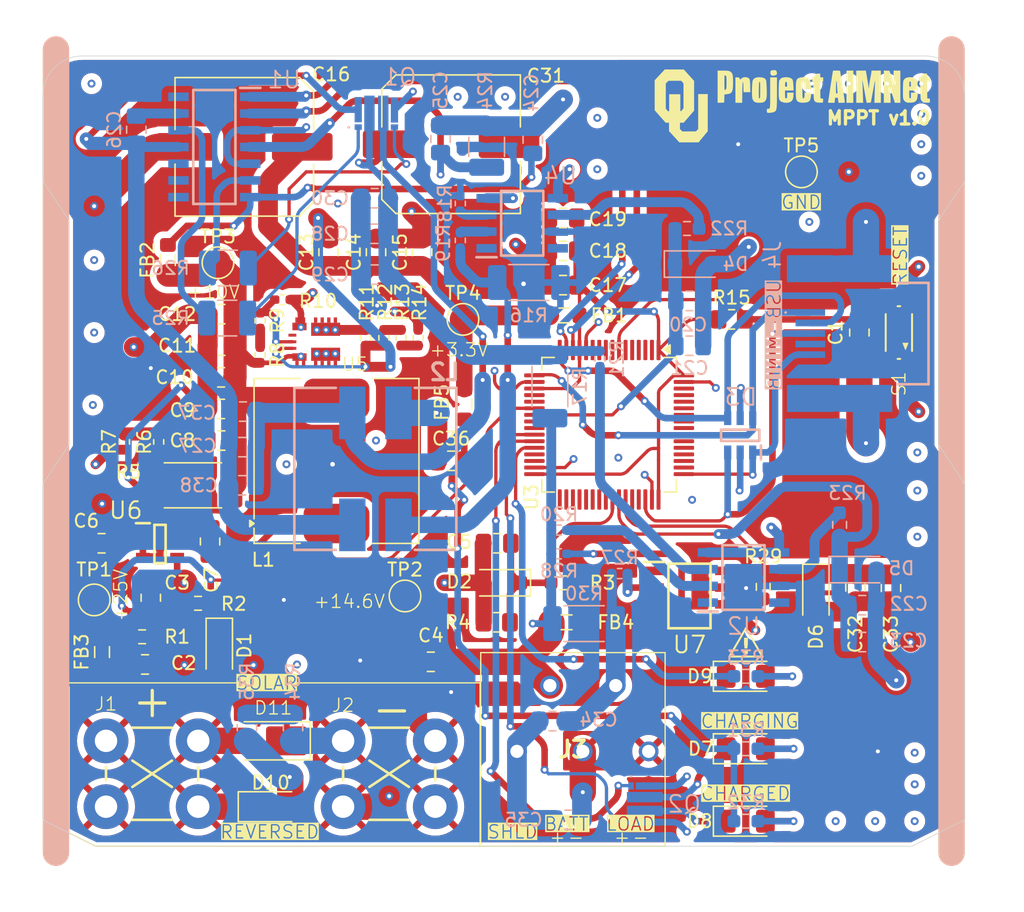
<source format=kicad_pcb>
(kicad_pcb (version 20240108) (generator "pcbnew") (generator_version "8.0")
  (title_block (title "OU AIMNet MPPT v1.0") (company "Weng's Group"))
  (layers (0 "F.Cu" signal) (1 "In1.Cu" signal) (2 "In2.Cu" signal) (31 "B.Cu" signal) (34 "B.Paste" user) (35 "F.Paste" user) (36 "B.SilkS" user "B.Silkscreen") (37 "F.SilkS" user "F.Silkscreen") (38 "B.Mask" user) (39 "F.Mask" user) (44 "Edge.Cuts" user))
  (net 0 "")
  (net 1 "NRST")
  (net 2 "+25 V")
  (net 3 "Voltage Measurement (Solar)")
  (net 4 "Battery+")
  (net 5 "Voltage Measurement (Battery)")
  (net 6 "Net-(U6-BST)")
  (net 7 "Net-(U6-SW)")
  (net 8 "+10 V")
  (net 9 "Net-(U6-FB)")
  (net 10 "Net-(U5-FB)")
  (net 11 "+3.3 V")
  (net 12 "Net-(U3-VBAT)")
  (net 13 "Current Measurement (Solar)")
  (net 14 "Current Measurement (Battery)")
  (net 15 "Net-(U1-VCC)")
  (net 16 "Net-(U1-DT)")
  (net 17 "L2P2")
  (net 18 "Net-(U1-VB)")
  (net 19 "Q1D1")
  (net 20 "Current Measurement (Load)")
  (net 21 "Load+")
  (net 22 "Shield")
  (net 23 "Net-(C36-Pad2)")
  (net 24 "TCK")
  (net 25 "VCP_RX")
  (net 26 "TMS")
  (net 27 "VCP_TX")
  (net 28 "Q2D1")
  (net 29 "Net-(D7-A)")
  (net 30 "Net-(D8-A)")
  (net 31 "Q2D2")
  (net 32 "Net-(FB3-Pad2)")
  (net 33 "Net-(FB4-Pad2)")
  (net 34 "Q1G1")
  (net 35 "Q1G2")
  (net 36 "LED (Charged)")
  (net 37 "LED (Charging)")
  (net 38 "Net-(R6-Pad1)")
  (net 39 "Net-(R8-Pad1)")
  (net 40 "Net-(U5-EN)")
  (net 41 "Net-(R12-Pad1)")
  (net 42 "Net-(R13-Pad1)")
  (net 43 "Net-(U4-+IN)")
  (net 44 "Net-(U4--IN)")
  (net 45 "Net-(U2--IN)")
  (net 46 "Net-(U2-+IN)")
  (net 47 "Net-(U4-OUT)")
  (net 48 "Net-(U2-OUT)")
  (net 49 "Net-(U1-HO)")
  (net 50 "Net-(U1-LO)")
  (net 51 "Net-(U7--IN)")
  (net 52 "Net-(U7-+IN)")
  (net 53 "Net-(U7-OUT)")
  (net 54 "MOSFET Driver SD")
  (net 55 "MOSFET Driver IN")
  (net 109 "Net-(D9-A)")
  (net 110 "LED (SYSTEM FAULT)")
  (net 112 "/J1_CONNECT")
  (net 113 "Net-(D10-A)")
  (net 114 "Net-(R34-Pad1)")
  (net 115 "L2P3")
  (net 116 "L2P1")
  (net 117 "GND")
  (footprint "Inductor_SMD:L_0805_2012Metric_Pad1.05x1.20mm_HandSolder" (layer "F.Cu") (at 231.5 138.45 -90)
    (property "Reference" "FB5")
    (property "Value" "600R")
  )
  (footprint "Resistor_SMD:R_0402_1005Metric_Pad0.72x0.64mm_HandSolder" (layer "F.Cu") (at 205.7 141.2975 90)
    (property "Reference" "R7")
    (property "Value" "10k")
  )
  (footprint "Diode_SMD:D_SOD-123F" (layer "F.Cu") (at 258.2 152.8 -90)
    (property "Reference" "D6")
    (property "Value" "D_Zener")
  )
  (footprint "Capacitor_SMD:C_0805_2012Metric_Pad1.18x1.45mm_HandSolder" (layer "F.Cu") (at 207.2625 158.2)
    (property "Reference" "C2")
    (property "Value" "220nF")
  )
  (footprint "LED_SMD:LED_1206_3216Metric_Pad1.42x1.75mm_HandSolder" (layer "F.Cu") (at 252.875 164.6)
    (property "Reference" "D7")
    (property "Value" "CHARGING")
  )
  (footprint "Resistor_SMD:R_0603_1608Metric_Pad0.98x0.95mm_HandSolder" (layer "F.Cu") (at 254.2 152.3125 90)
    (property "Reference" "R29")
    (property "Value" "1k")
  )
  (footprint "Capacitor_SMD:C_Elec_10x10.2" (layer "F.Cu") (at 214.8 118.9 180)
    (property "Reference" "C16")
    (property "Value" "100uF")
  )
  (footprint "TestPoint:TestPoint_Pad_D2.0mm" (layer "F.Cu") (at 212.8 127.7)
    (property "Reference" "TP3")
    (property "Value" "+10 V")
  )
  (footprint "Capacitor_SMD:C_Elec_10x10.2" (layer "F.Cu") (at 230.5 118.7)
    (property "Reference" "C31")
    (property "Value" "100uF")
  )
  (footprint "Package_QFP:LQFP-64_10x10mm_P0.5mm" (layer "F.Cu") (at 242.5 140 -90)
    (property "Reference" "U3")
    (property "Value" "STM32U083RCTx")
  )
  (footprint "Capacitor_SMD:C_0805_2012Metric_Pad1.18x1.45mm_HandSolder" (layer "F.Cu") (at 224.8 126.9 90)
    (property "Reference" "C14")
    (property "Value" "22uF")
  )
  (footprint "Custom_OUAIMNet:SOT95P280X100-6N" (layer "F.Cu") (at 208.4 149.05)
    (property "Reference" "U6")
    (property "Value" "AP63201WU" (hide yes))
  )
  (footprint "Capacitor_SMD:C_0805_2012Metric_Pad1.18x1.45mm_HandSolder" (layer "F.Cu") (at 261.2 152.3625 -90)
    (property "Reference" "C32")
    (property "Value" "1uF")
  )
  (footprint "Resistor_SMD:R_0402_1005Metric_Pad0.72x0.64mm_HandSolder" (layer "F.Cu") (at 225.4 133.4 -90)
    (property "Reference" "R12")
    (property "Value" "10k")
  )
  (footprint "Resistor_SMD:R_0805_2012Metric_Pad1.20x1.40mm_HandSolder" (layer "F.Cu") (at 251.8 132)
    (property "Reference" "R15")
    (property "Value" "30k")
  )
  (footprint "Capacitor_SMD:C_0805_2012Metric_Pad1.18x1.45mm_HandSolder" (layer "F.Cu") (at 207.7 153.1375 90)
    (property "Reference" "C3")
    (property "Value" "1.8uF")
  )
  (footprint "TestPoint:TestPoint_Pad_D2.0mm" (layer "F.Cu") (at 257.1 120.8)
    (property "Reference" "TP5")
    (property "Value" "GND")
  )
  (footprint "Capacitor_SMD:C_0805_2012Metric_Pad1.18x1.45mm_HandSolder" (layer "F.Cu") (at 239 129.4)
    (property "Reference" "C17")
    (property "Value" "220nF")
  )
  (footprint "Resistor_SMD:R_0603_1608Metric_Pad0.98x0.95mm_HandSolder" (layer "F.Cu") (at 239 152)
    (property "Reference" "R3")
    (property "Value" "8.66k")
  )
  (footprint "Resistor_SMD:R_0402_1005Metric_Pad0.72x0.64mm_HandSolder" (layer "F.Cu") (at 224 133.4 90)
    (property "Reference" "R11")
    (property "Value" "135k")
  )
  (footprint "Resistor_SMD:R_0402_1005Metric_Pad0.72x0.64mm_HandSolder" (layer "F.Cu") (at 217.7 130.5 180)
    (property "Reference" "R10")
    (property "Value" "10k")
  )
  (footprint "Custom_OUAIMNet:TPSM863252" (layer "F.Cu") (at 220.3 133.7 90)
    (property "Reference" "U5")
    (property "Value" "TPSM863252RDX")
  )
  (footprint "Custom_OUAIMNet:TL6330" (layer "F.Cu") (at 264.5 133 90)
    (property "Reference" "S1")
    (property "Value" "TL6330")
  )
  (footprint "Resistor_SMD:R_0402_1005Metric_Pad0.72x0.64mm_HandSolder" (layer "F.Cu") (at 226.7 133.3925 90)
    (property "Reference" "R13")
    (property "Value" "10k")
  )
  (footprint "Capacitor_SMD:C_0805_2012Metric_Pad1.18x1.45mm_HandSolder" (layer "F.Cu") (at 213.0625 141.2 180)
    (property "Reference" "C8")
    (property "Value" "22pF")
  )
  (footprint "Inductor_SMD:L_0805_2012Metric_Pad1.05x1.20mm_HandSolder" (layer "F.Cu") (at 204 157.26 90)
    (property "Reference" "FB3")
    (property "Value" "600R")
  )
  (footprint "Capacitor_SMD:C_0805_2012Metric_Pad1.18x1.45mm_HandSolder" (layer "F.Cu") (at 263.9 152.4 -90)
    (property "Reference" "C33")
    (property "Value" "1uF")
  )
  (footprint "Capacitor_SMD:C_0805_2012Metric_Pad1.18x1.45mm_HandSolder" (layer "F.Cu") (at 203.9625 149)
    (property "Reference" "C6")
    (property "Value" "10uF")
  )
  (footprint "LED_SMD:LED_1206_3216Metric_Pad1.42x1.75mm_HandSolder" (layer "F.Cu") (at 252.875 170.1)
    (property "Reference" "D8")
    (property "Value" "CHARGED")
  )
  (footprint "Inductor_SMD:L_0805_2012Metric_Pad1.05x1.20mm_HandSolder" (layer "F.Cu") (at 209 127.5 90)
    (property "Reference" "FB2")
    (property "Value" "600R")
  )
  (footprint "Capacitor_SMD:C_0805_2012Metric_Pad1.18x1.45mm_HandSolder" (layer "F.Cu") (at 230.5 142.7375)
    (property "Reference" "C36")
    (property "Value" "220nF")
  )
  (footprint "Resistor_SMD:R_0603_1608Metric_Pad0.98x0.95mm_HandSolder" (layer "F.Cu") (at 207.041548 156.1 180)
    (property "Reference" "R1")
    (property "Value" "8.66k")
  )
  (footprint "Custom_OUAIMNet:PCB_Term_8191" (layer "F.Cu") (at 207.8 166.5)
    (property "Reference" "J1")
    (property "Value" "Conn_01x01")
  )
  (footprint "Capacitor_SMD:C_0805_2012Metric_Pad1.18x1.45mm_HandSolder" (layer "F.Cu") (at 228.3 126.9 90)
    (property "Reference" "C15")
    (property "Value" "22uF")
  )
  (footprint "TestPoint:TestPoint_Pad_D2.0mm" (layer "F.Cu") (at 203.4 153.3)
    (property "Reference" "TP1")
    (property "Value" "+25 V")
  )
  (footprint "Capacitor_SMD:C_0805_2012Metric_Pad1.18x1.45mm_HandSolder" (layer "F.Cu") (at 234 149 180)
    (property "Reference" "C5")
    (property "Value" "1.2uF")
  )
  (footprint "Resistor_SMD:R_0402_1005Metric_Pad0.72x0.64mm_HandSolder" (layer "F.Cu") (at 216 132.1 -90)
    (property "Reference" "R9")
    (property "Value" "10k")
  )
  (footprint "Resistor_SMD:R_0402_1005Metric_Pad0.72x0.64mm_HandSolder" (layer "F.Cu") (at 228 133.395 -90)
    (property "Reference" "R14")
    (property "Value" "10k")
  )
  (footprint "Resistor_SMD:R_2512_6332Metric_Pad1.40x3.35mm_HandSolder" (layer "F.Cu") (at 210.9 144.6)
    (property "Reference" "R5")
    (property "Value" "230k")
  )
  (footprint "Capacitor_SMD:C_0805_2012Metric_Pad1.18x1.45mm_HandSolder" (layer "F.Cu") (at 213.0625 134 180)
    (property "Reference" "C11")
    (property "Value" "22uF")
  )
  (footprint "Inductor_SMD:L_0805_2012Metric_Pad1.05x1.20mm_HandSolder" (layer "F.Cu") (at 239.27 155)
    (property "Reference" "FB4")
    (property "Value" "600R")
  )
  (footprint "TestPoint:TestPoint_Pad_D2.0mm" (layer "F.Cu") (at 227 153)
    (property "Reference" "TP2")
    (property "Value" "+14.6 V")
  )
  (footprint "Custom_OUAIMNet:Project_AIMNet_logo" (layer "F.Cu") (at 258.622941 114.654613)
    (property "Reference" "G***")
    (property "Value" "LOGO" (hide yes))
  )
  (footprint "Custom_OUAIMNet:SOIC127P600X175-8N" (layer "F.Cu") (at 248.6 153)
    (property "Reference" "U7")
    (property "Value" "INA828IDR" (hide yes))
  )
  (footprint "Custom_OUAIMNet:SMPA" (layer "F.Cu") (at 217 164 180)
    (property "Reference" "D11")
    (property "Value" "D")
  )
  (footprint "Custom_OUAIMNet:PCB_Term_8191" (layer "F.Cu") (at 225.8 166.5)
    (property "Reference" "J2")
    (property "Value" "Conn_01x01")
  )
  (footprint "Capacitor_SMD:C_0805_2012Metric_Pad1.18x1.45mm_HandSolder" (layer "F.Cu") (at 221.2 126.9 90)
    (property "Reference" "C13")
    (property "Value" "22pF")
  )
  (footprint "Resistor_SMD:R_0402_1005Metric_Pad0.72x0.64mm_HandSolder" (layer "F.Cu") (at 216 134.7 -90)
    (property "Reference" "R8")
    (property "Value" "10k")
  )
  (footprint "Custom_OUAIMNet:1990038" (layer "F.Cu") (at 235.5 164.8)
    (property "Reference" "J3")
    (property "Value" "Conn_01x05" (hide yes))
  )
  (footprint "Capacitor_SMD:C_0805_2012Metric_Pad1.18x1.45mm_HandSolder" (layer "F.Cu") (at 239 124.3)
    (property "Reference" "C19")
    (property "Value" "10uF")
  )
  (footprint "Capacitor_SMD:C_0805_2012Metric_Pad1.18x1.45mm_HandSolder" (layer "F.Cu") (at 213.0375 136.4 180)
    (property "Reference" "C10")
    (property "Value" "22uF")
  )
  (footprint "Capacitor_SMD:C_0805_2012Metric_Pad1.18x1.45mm_HandSolder" (layer "F.Cu") (at 228.9625 158 180)
    (property "Reference" "C4")
    (property "Value" "220nF")
  )
  (footprint "Capacitor_SMD:C_0805_2012Metric_Pad1.18x1.45mm_HandSolder" (layer "F.Cu") (at 239 126.8)
    (property "Reference" "C18")
    (property "Value" "10uF")
  )
  (footprint "Resistor_SMD:R_0805_2012Metric_Pad1.20x1.40mm_HandSolder" (layer "F.Cu") (at 233.97 155 180)
    (property "Reference" "R4")
    (property "Value" "2.5k")
  )
  (footprint "Diode_SMD:D_SOD-123F" (layer "F.Cu") (at 212.9 156.9 -90)
    (property "Reference" "D1")
    (property "Value" "D_Zener")
  )
  (footprint "Capacitor_SMD:C_0805_2012Metric_Pad1.18x1.45mm_HandSolder" (layer "F.Cu") (at 261.5 133 -90)
    (property "Reference" "C1")
    (property "Value" "220nF")
  )
  (footprint "Inductor_SMD:L_0805_2012Metric_Pad1.05x1.20mm_HandSolder" (layer "F.Cu") (at 239.1 131.7)
    (property "Reference" "FB1")
    (property "Value" "600R")
  )
  (footprint "Capacitor_SMD:C_0805_2012Metric_Pad1.18x1.45mm_HandSolder" (layer "F.Cu") (at 213.0375 138.8 180)
    (property "Reference" "C9")
    (property "Value" "22uF")
  )
  (footprint "TestPoint:TestPoint_Pad_D2.0mm" (layer "F.Cu") (at 231.4 132)
    (property "Reference" "TP4")
    (property "Value" "+3.3 V")
  )
  (footprint "Resistor_SMD:R_0402_1005Metric_Pad0.72x0.64mm_HandSolder" (layer "F.Cu") (at 208.3 141.3025 -90)
    (property "Reference" "R6")
    (property "Value" "10k")
  )
  (footprint "Diode_SMD:D_SOD-123F" (layer "F.Cu") (at 234.32 152 180)
    (property "Reference" "D2")
    (property "Value" "D_Zener")
  )
  (footprint "LED_SMD:LED_1206_3216Metric_Pad1.42x1.75mm_HandSolder" (layer "F.Cu") (at 252.875 159.1)
    (property "Reference" "D9")
    (property "Value" "SYS_FAULT")
  )
  (footprint "Capacitor_SMD:C_0805_2012Metric_Pad1.18x1.45mm_HandSolder" (layer "F.Cu") (at 212.2 148.8625 90)
    (property "Reference" "C7")
    (property "Value" "0.1uF")
  )
  (footprint "Inductor_SMD:L_Coilcraft_MSS1210-XXX" (layer "F.Cu") (at 221.8 142.75 90)
    (property "Reference" "L1")
    (property "Value" "22uH")
  )
  (footprint "Capacitor_SMD:C_0805_2012Metric_Pad1.18x1.45mm_HandSolder" (layer "F.Cu") (at 213.0625 131.6 180)
    (property "Reference" "C12")
    (property "Value" "220nF")
  )
  (footprint "LED_SMD:LED_1206_3216Metric_Pad1.42x1.75mm_HandSolder" (layer "F.Cu") (at 216.8 169)
    (property "Reference" "D10")
    (property "Value" "REVERSED")
  )
  (footprint "Resistor_SMD:R_0603_1608Metric_Pad0.98x0.95mm_HandSolder" (layer "F.Cu") (at 211.2875 153.55675 180)
    (property "Reference" "R2")
    (property "Value" "1.32k")
  )
  (footprint "Custom_OUAIMNet:OU_logo" (layer "F.Cu") (at 248.2 115.9)
    (property "Reference" "G***")
    (property "Value" "LOGO" (hide yes))
  )
  (footprint "Capacitor_SMD:C_0805_2012Metric_Pad1.18x1.45mm_HandSolder" (layer "B.Cu") (at 239.4 170 180)
    (property "Reference" "C35")
    (property "Value" "220nF")
  )
  (footprint "Capacitor_SMD:C_0805_2012Metric_Pad1.18x1.45mm_HandSolder" (layer "B.Cu") (at 214.6375 141.7 180)
    (property "Reference" "C27")
    (property "Value" "10 uF")
  )
  (footprint "Resistor_SMD:R_1210_3225Metric_Pad1.30x2.65mm_HandSolder" (layer "B.Cu") (at 213.55 128.1)
    (property "Reference" "R26")
    (property "Value" "4.7")
  )
  (footprint "Capacitor_SMD:C_0805_2012Metric_Pad1.18x1.45mm_HandSolder" (layer "B.Cu") (at 224.7 122.8 180)
    (property "Reference" "C30")
    (property "Value" "22 uF")
  )
  (footprint "Capacitor_SMD:C_0805_2012Metric_Pad1.18x1.45mm_HandSolder" (layer "B.Cu") (at 224.7 128.6 180)
    (property "Reference" "C29")
    (property "Value" "22 uF")
  )
  (footprint "Resistor_SMD:R_1210_3225Metric_Pad1.30x2.65mm_HandSolder" (layer "B.Cu") (at 213.5 131.9)
    (property "Reference" "R25")
    (property "Value" "4.7")
  )
  (footprint "Capacitor_SMD:C_0805_2012Metric_Pad1.18x1.45mm_HandSolder" (layer "B.Cu") (at 224.675 125.5 180)
    (property "Reference" "C28")
    (property "Value" "22 uF")
  )
  (footprint "Capacitor_SMD:C_0805_2012Metric_Pad1.18x1.45mm_HandSolder" (layer "B.Cu") (at 214.7 139 180)
    (property "Reference" "C37")
    (property "Value" "10 uF")
  )
  (footprint "Custom_OUAIMNet:SOIC127P600X175-8N" (layer "B.Cu") (at 252.7 151.6)
    (property "Reference" "U2")
    (property "Value" "INA828IDR" (hide yes))
  )
  (footprint "Resistor_SMD:R_2010_5025Metric_Pad1.40x2.65mm_HandSolder" (layer "B.Cu") (at 240.6 155.1 180)
    (property "Reference" "R30")
    (property "Value" "10m")
  )
  (footprint "Resistor_SMD:R_0402_1005Metric_Pad0.72x0.64mm_HandSolder" (layer "B.Cu") (at 231.2 123.2025 -90)
    (property "Reference" "R18")
    (property "Value" "10k")
  )
  (footprint "Resistor_SMD:R_0402_1005Metric_Pad0.72x0.64mm_HandSolder" (layer "B.Cu") (at 238.7025 148)
    (property "Reference" "R20")
    (property "Value" "10k")
  )
  (footprint "Resistor_SMD:R_0805_2012Metric_Pad1.20x1.40mm_HandSolder" (layer "B.Cu") (at 215 163 90)
    (property "Reference" "R35")
    (property "Value" "2.5k")
  )
  (footprint "Capacitor_SMD:C_0805_2012Metric_Pad1.18x1.45mm_HandSolder" (layer "B.Cu") (at 214.6375 144.6 180)
    (property "Reference" "C38")
    (property "Value" "10 uF")
  )
  (footprint "Resistor_SMD:R_0603_1608Metric_Pad0.98x0.95mm_HandSolder" (layer "B.Cu") (at 248.4125 125.1 180)
    (property "Reference" "R22")
    (property "Value" "1k")
  )
  (footprint "Resistor_SMD:R_2010_5025Metric_Pad1.40x2.65mm_HandSolder" (layer "B.Cu") (at 238 137.1 90)
    (property "Reference" "R17")
    (property "Value" "10m")
  )
  (footprint "Resistor_SMD:R_0402_1005Metric_Pad0.72x0.64mm_HandSolder" (layer "B.Cu") (at 241.8 134.9975 -90)
    (property "Reference" "R21")
    (property "Value" "10k")
  )
  (footprint "Custom_OUAIMNet:SOT95P280X100-6N" (layer "B.Cu") (at 252.45 140.8 90)
    (property "Reference" "D3")
    (property "Value" "MMQA6V2" (hide yes))
  )
  (footprint "Custom_OUAIMNet:SOIC127P600X172-14N" (layer "B.Cu") (at 212.525 118.91 180)
    (property "Reference" "U1")
    (property "Value" "2ED21844SO6J" (hide yes))
  )
  (footprint "Resistor_SMD:R_0603_1608Metric_Pad0.98x0.95mm_HandSolder" (layer "B.Cu") (at 252.8875 159.1 180)
    (property "Reference" "R33")
    (property "Value" "1k")
  )
  (footprint "Capacitor_SMD:C_0805_2012Metric_Pad1.18x1.45mm_HandSolder" (layer "B.Cu") (at 229.7 118.3 90)
    (property "Reference" "C25")
    (property "Value" "0.1uF")
  )
  (footprint "Resistor_SMD:R_0805_2012Metric_Pad1.20x1.40mm_HandSolder" (layer "B.Cu") (at 218.5 163 -90)
    (property "Reference" "R34")
    (property "Value" "2.5k")
  )
  (footprint "Capacitor_SMD:C_0805_2012Metric_Pad1.18x1.45mm_HandSolder" (layer "B.Cu") (at 261.72 156.5)
    (property "Reference" "C23")
    (property "Value" "1uF")
  )
  (footprint "Custom_OUAIMNet:MSD1260T223MSB" (layer "B.Cu") (at 224.75 143.35)
    (property "Reference" "L2")
    (property "Value" "MSD1260-223MLD" (hide yes))
  )
  (footprint "Custom_OUAIMNet:SOIC127P600X175-8N" (layer "B.Cu") (at 235.9 124.7)
    (property "Reference" "U4")
    (property "Value" "INA828IDR" (hide yes))
  )
  (footprint "Resistor_SMD:R_0402_1005Metric_Pad0.72x0.64mm_HandSolder" (layer "B.Cu") (at 243.3 151.3)
    (property "Reference" "R27")
    (property "Value" "10k")
  )
  (footprint "Diode_SMD:D_SOD-123F" (layer "B.Cu") (at 248.9 127.8)
    (property "Reference" "D4")
    (property "Value" "D_Zener")
  )
  (footprint "Capacitor_SMD:C_0805_2012Metric_Pad1.18x1.45mm_HandSolder" (layer "B.Cu") (at 206.6 117.6 -90)
    (property "Reference" "C26")
    (property "Value" "4.7uF" (hide yes))
  )
  (footprint "Capacitor_SMD:C_0805_2012Metric_Pad1.18x1.45mm_HandSolder" (layer "B.Cu") (at 236.7 118.3625 90)
    (property "Reference" "C24")
    (property "Value" "1uF")
  )
  (footprint "Resistor_SMD:R_0402_1005Metric_Pad0.72x0.64mm_HandSolder" (layer "B.Cu") (at 231.2 126.0025 90)
    (property "Reference" "R19")
    (property "Value" "10k")
  )
  (footprint "Custom_OUAIMNet:DMT6018LDR13" (layer "B.Cu") (at 245.2 168.8)
    (property "Reference" "Q2")
    (property "Value" "DMT6018LDR-13" (hide yes))
  )
  (footprint "Resistor_SMD:R_0402_1005Metric_Pad0.72x0.64mm_HandSolder" (layer "B.Cu") (at 238.7 149.8)
    (property "Reference" "R28")
    (property "Value" "10k")
  )
  (footprint "Capacitor_SMD:C_0805_2012Metric_Pad1.18x1.45mm_HandSolder" (layer "B.Cu") (at 238.2 162.5)
    (property "Reference" "C34")
    (property "Value" "220nF")
  )
  (footprint "Custom_OUAIMNet:DMT6018LDR13" (layer "B.Cu") (at 224.825 116.363 90)
    (property "Reference" "Q1")
    (property "Value" "DMT6018LDR-13" (hide yes))
  )
  (footprint "Resistor_SMD:R_0603_1608Metric_Pad0.98x0.95mm_HandSolder" (layer "B.Cu") (at 260 147.6 -90)
    (property "Reference" "R23")
    (property "Value" "1k")
  )
  (footprint "Diode_SMD:D_SOD-123F" (layer "B.Cu") (at 261.4 151)
    (property "Reference" "D5")
    (property "Value" "D_Zener")
  )
  (footprint "Capacitor_SMD:C_0805_2012Metric_Pad1.18x1.45mm_HandSolder" (layer "B.Cu") (at 261.72 153.7)
    (property "Reference" "C22")
    (property "Value" "1uF")
  )
  (footprint "Capacitor_SMD:C_0805_2012Metric_Pad1.18x1.45mm_HandSolder" (layer "B.Cu") (at 248.6 130.6)
    (property "Reference" "C20")
    (property "Value" "1uF")
  )
  (footprint "Resistor_SMD:R_1210_3225Metric_Pad1.30x2.65mm_HandSolder" (layer "B.Cu") (at 233.2 118.9 -90)
    (property "Reference" "R24")
    (property "Value" "100k")
  )
  (footprint "Capacitor_SMD:C_0805_2012Metric_Pad1.18x1.45mm_HandSolder" (layer "B.Cu") (at 248.6 134)
    (property "Reference" "C21")
    (property "Value" "1uF")
  )
  (footprint "Resistor_SMD:R_2010_5025Metric_Pad1.40x2.65mm_HandSolder" (layer "B.Cu") (at 236.4 129.2 180)
    (property "Reference" "R16")
    (property "Value" "10m")
  )
  (footprint "Resistor_SMD:R_0603_1608Metric_Pad0.98x0.95mm_HandSolder" (layer "B.Cu") (at 252.8875 170.1 180)
    (property "Reference" "R32")
    (property "Value" "1k")
  )
  (footprint "Resistor_SMD:R_0603_1608Metric_Pad0.98x0.95mm_HandSolder" (layer "B.Cu") (at 252.8875 164.6 180)
    (property "Reference" "R31")
    (property "Value" "1k")
  )
  (footprint "Custom_OUAIMNet:548191572" (layer "B.Cu") (at 262.25 133.075 180)
    (property "Reference" "J4")
    (property "Value" "USB MINI-B" (hide yes))
  )
  (gr_line (start 268.5 172.5) (end 268.5 111.5) (stroke (width 2)) (layer "B.SilkS"))
  (gr_line (start 200.5 172.5) (end 200.5 111.5) (stroke (width 2)) (layer "B.SilkS"))
  (gr_line (start 232.7 159.6) (end 232.7 172.001653) (stroke (width 0.1)) (layer "F.SilkS"))
  (gr_line (start 251.6375 157.6) (end 252.8875 155.45) (stroke (width 0.15)) (layer "F.SilkS"))
  (gr_line (start 254.1375 157.6) (end 251.6375 157.6) (stroke (width 0.15)) (layer "F.SilkS"))
  (gr_line (start 252.8875 155.45) (end 254.1375 157.6) (stroke (width 0.15)) (layer "F.SilkS"))
  (gr_line (start 268.5 172.5) (end 268.5 111.5) (stroke (width 2)) (layer "F.SilkS"))
  (gr_line (start 232.7 172.001653) (end 203.5 172) (stroke (width 0.1)) (layer "F.SilkS"))
  (gr_line (start 218.8 159.6) (end 232.7 159.6) (stroke (width 0.1)) (layer "F.SilkS"))
  (gr_line (start 201.5 159.6) (end 214.2 159.6) (stroke (width 0.1)) (layer "F.SilkS"))
  (gr_line (start 201.5 159.9) (end 201.5 171.00045) (stroke (width 0.1)) (layer "F.SilkS"))
  (gr_line (start 200.5 172.5) (end 200.5 111.5) (stroke (width 2)) (layer "F.SilkS"))
  (gr_line (start 201.5 171.00045) (end 203.5 172) (stroke (width 0.1)) (layer "F.SilkS"))
  (gr_line (start 223 172) (end 265.5 172) (stroke (width 0.05)) (layer "Edge.Cuts"))
  (gr_line (start 269.5 115) (end 269.5 121.5) (stroke (width 0.05)) (layer "Edge.Cuts"))
  (gr_line (start 199.5 121.5) (end 201.5 124.5) (stroke (width 0.05)) (layer "Edge.Cuts"))
  (gr_arc (start 266.5 112) (mid 268.62132 112.87868) (end 269.5 115) (stroke (width 0.05)) (layer "Edge.Cuts"))
  (gr_line (start 199.5 170) (end 203.5 172) (stroke (width 0.05)) (layer "Edge.Cuts"))
  (gr_line (start 199.5 115) (end 199.5 121.5) (stroke (width 0.05)) (layer "Edge.Cuts"))
  (gr_line (start 201.5 124.5) (end 201.5 141.5) (stroke (width 0.05)) (layer "Edge.Cuts"))
  (gr_line (start 202.5 112) (end 266.5 112) (stroke (width 0.05)) (layer "Edge.Cuts"))
  (gr_line (start 269.5 144.5) (end 269.5 170) (stroke (width 0.05)) (layer "Edge.Cuts"))
  (gr_line (start 267.5 141.5) (end 269.5 144.5) (stroke (width 0.05)) (layer "Edge.Cuts"))
  (gr_line (start 269.5 170) (end 265.5 172) (stroke (width 0.05)) (layer "Edge.Cuts"))
  (gr_line (start 201.5 141.5) (end 199.5 144.5) (stroke (width 0.05)) (layer "Edge.Cuts"))
  (gr_line (start 203.5 172) (end 223 172) (stroke (width 0.05)) (layer "Edge.Cuts"))
  (gr_line (start 269.5 121.5) (end 267.5 124.5) (stroke (width 0.05)) (layer "Edge.Cuts"))
  (gr_line (start 267.5 124.5) (end 267.5 141.5) (stroke (width 0.05)) (layer "Edge.Cuts"))
  (gr_line (start 199.5 144.5) (end 199.5 170) (stroke (width 0.05)) (layer "Edge.Cuts"))
  (gr_arc (start 199.5 115) (mid 200.37868 112.87868) (end 202.5 112) (stroke (width 0.05)) (layer "Edge.Cuts"))
  (gr_text "USB-MINIB" (at 255.6 128.9 90) (layer "B.SilkS" knockout) (effects (font (size 1 1) (thickness 0.1)) (justify left bottom mirror)))
  (gr_text "-" (at 244.2 171.9 0) (layer "F.SilkS") (effects (font (size 1 1) (thickness 0.1)) (justify left bottom)))
  (gr_text "LOAD" (at 242.2 170.9 0) (layer "F.SilkS" knockout) (effects (font (size 1 1) (thickness 0.1)) (justify left bottom)))
  (gr_text "+" (at 206.1 162.4 0) (layer "F.SilkS") (effects (font (size 2.5 2.5) (thickness 0.25)) (justify left bottom)))
  (gr_text "+25V" (at 206 155 90) (layer "F.SilkS") (effects (font (size 1 1) (thickness 0.1)) (justify left bottom)))
  (gr_text "SOLAR" (at 214.1 160.2 0) (layer "F.SilkS" knockout) (effects (font (size 1 1) (thickness 0.1)) (justify left bottom)))
  (gr_text "-" (at 239.3 171.9 0) (layer "F.SilkS") (effects (font (size 1 1) (thickness 0.1)) (justify left bottom)))
  (gr_text "BATT" (at 237.5 170.9 0) (layer "F.SilkS" knockout) (effects (font (size 1 1) (thickness 0.1)) (justify left bottom)))
  (gr_text "!" (at 252.8875 157.6 0) (layer "F.SilkS") (effects (font (size 1.2 1.2) (thickness 0.2) (bold yes)) (justify bottom)))
  (gr_text "RESET" (at 265.2 129.5 90) (layer "F.SilkS" knockout) (effects (font (size 1 1) (thickness 0.1)) (justify left bottom)))
  (gr_text "+" (at 237.9 171.9 0) (layer "F.SilkS") (effects (font (size 1 1) (thickness 0.1)) (justify left bottom)))
  (gr_text "MPPT v1.0" (at 258.9 117.3 0) (layer "F.SilkS") (effects (font (size 1 1) (thickness 0.25) (bold yes)) (justify left bottom)))
  (gr_text "+14.6V" (at 220 154 0) (layer "F.SilkS") (effects (font (size 1 1) (thickness 0.1)) (justify left bottom)))
  (gr_text "-" (at 224.3 163 0) (layer "F.SilkS") (effects (font (size 2.5 2.5) (thickness 0.25)) (justify left bottom)))
  (gr_text "+3.3V" (at 228.8 134.9 0) (layer "F.SilkS") (effects (font (size 1 1) (thickness 0.1)) (justify left bottom)))
  (gr_text "GND" (at 255.5 123.7 0) (layer "F.SilkS" knockout) (effects (font (size 1 1) (thickness 0.1)) (justify left bottom)))
  (gr_text "+10V" (at 210.4 130.5 0) (layer "F.SilkS") (effects (font (size 1 1) (thickness 0.1)) (justify left bottom)))
  (gr_text "+" (at 242.8 171.9 0) (layer "F.SilkS") (effects (font (size 1 1) (thickness 0.1)) (justify left bottom)))
  (gr_text "CHARGING" (at 249.3875 163.1 0) (layer "F.SilkS" knockout) (effects (font (size 1 1) (thickness 0.1)) (justify left bottom)))
  (gr_text "CHARGED" (at 249.3875 168.6 0) (layer "F.SilkS" knockout) (effects (font (size 1 1) (thickness 0.1)) (justify left bottom)))
  (gr_text "REVERSED" (at 212.9 171.5 0) (layer "F.SilkS" knockout) (effects (font (size 1 1) (thickness 0.1)) (justify left bottom)))
  (gr_text "SHLD" (at 233.2 171.5 0) (layer "F.SilkS" knockout) (effects (font (size 1 1) (thickness 0.1)) (justify left bottom)))
  (segment (start 251.992893 130.792893) (end 252.8 131.6) (width 0.25) (layer "F.Cu") (net 1))
  (segment (start 243.542893 132.757107) (end 245.507107 130.792893) (width 0.25) (layer "F.Cu") (net 1))
  (segment (start 261.5 131.9625) (end 262.22684 131.9625) (width 0.5) (layer "F.Cu") (net 1))
  (segment (start 243.25 134.325) (end 243.25 133.464214) (width 0.25) (layer "F.Cu") (net 1))
  (segment (start 261.459315 132.003185) (end 261.5 131.9625) (width 0.5) (layer "F.Cu") (net 1))
  (segment (start 261.4625 132) (end 252.8 132) (width 0.5) (layer "F.Cu") (net 1))
  (segment (start 246.214214 130.5) (end 251.285786 130.5) (width 0.25) (layer "F.Cu") (net 1))
  (segment (start 263.7 130.8) (end 263.7 135.2) (width 0.5) (layer "F.Cu") (net 1))
  (segment (start 262.75717 131.74283) (end 263.7 130.8) (width 0.5) (layer "F.Cu") (net 1))
  (segment (start 252.8 131.6) (end 252.8 132) (width 0.25) (layer "F.Cu") (net 1))
  (segment (start 261.5 131.9625) (end 261.4625 132) (width 0.5) (layer "F.Cu") (net 1))
  (arc (start 262.75717 131.74283) (mid 262.513853 131.90541) (end 262.22684 131.9625) (width 0.5) (layer "F.Cu") (net 1))
  (arc (start 243.542893 132.757107) (mid 243.32612 133.08153) (end 243.25 133.464214) (width 0.25) (layer "F.Cu") (net 1))
  (arc (start 251.285786 130.5) (mid 251.668469 130.57612) (end 251.992893 130.792893) (width 0.25) (layer "F.Cu") (net 1))
  (arc (start 246.214214 130.5) (mid 245.831531 130.57612) (end 245.507107 130.792893) (width 0.25) (layer "F.Cu") (net 1))
  (via (at 207.7 135.7) (size 0.6) (drill 0.3) (layers "F.Cu" "B.Cu") (net 2))
  (via (at 252.9 152.4) (size 0.6) (drill 0.3) (layers "F.Cu" "B.Cu") (net 2))
  (via (at 223.6 157.9) (size 0.6) (drill 0.3) (layers "F.Cu" "B.Cu") (net 2))
  (via (at 236 129.3) (size 0.75) (drill 0.35) (layers "F.Cu" "B.Cu") (net 2))
  (via (at 217.8 153.3) (size 0.6) (drill 0.3) (layers "F.Cu" "B.Cu") (net 2))
  (via (at 221.5 143) (size 0.75) (drill 0.35) (layers "F.Cu" "B.Cu") (net 2))
  (via (at 230.5 160.3) (size 0.6) (drill 0.3) (layers "F.Cu" "B.Cu") (net 2))
  (via (at 252.3 118.7) (size 0.6) (drill 0.3) (layers "F.Cu" "B.Cu") (net 2))
  (via (at 262.9 164.8) (size 0.6) (drill 0.3) (layers "F.Cu" "B.Cu") (net 2))
  (segment (start 212.25 153.50675) (end 212.2 153.55675) (width 0.5) (layer "F.Cu") (net 3))
  (segment (start 215.185786 151.8) (end 212.3 151.8) (width 0.25) (layer "F.Cu") (net 3))
  (segment (start 216.907107 150.492893) (end 215.892893 151.507107) (width 0.25) (layer "F.Cu") (net 3))
  (segment (start 205.778553 154.028553) (end 205.5 153.75) (width 0.5) (layer "F.Cu") (net 3))
  (segment (start 234.657107 139.042893) (end 233.492893 140.207107) (width 0.25) (layer "F.Cu") (net 3))
  (segment (start 212.25 151.75) (end 212.25 153.50675) (width 0.5) (layer "F.Cu") (net 3))
  (segment (start 233.2 140.914214) (end 233.2 142.485786) (width 0.25) (layer "F.Cu") (net 3))
  (segment (start 236.825 138.75) (end 235.364214 138.75) (width 0.25) (layer "F.Cu") (net 3))
  (segment (start 212.9 155.5) (end 212.9 154.360303) (width 0.5) (layer "F.Cu") (net 3))
  (segment (start 207.807601 154.282601) (end 207.7 154.175) (width 0.5) (layer "F.Cu") (net 3))
  (segment (start 212.826776 154.183526) (end 212.2 153.55675) (width 0.5) (layer "F.Cu") (net 3))
  (segment (start 207.954048 156.1) (end 207.954048 154.636155) (width 0.5) (layer "F.Cu") (net 3))
  (segment (start 232.907107 143.192893) (end 226.192893 149.907107) (width 0.25) (layer "F.Cu") (net 3))
  (segment (start 225.485786 150.2) (end 217.614214 150.2) (width 0.25) (layer "F.Cu") (net 3))
  (segment (start 212.3 151.8) (end 212.25 151.75) (width 0.25) (layer "F.Cu") (net 3))
  (segment (start 207.7 154.175) (end 206.132107 154.175) (width 0.5) (layer "F.Cu") (net 3))
  (via (at 205.5 153.75) (size 0.6) (drill 0.3) (layers "F.Cu" "B.Cu") (net 3))
  (via (at 212.25 151.75) (size 0.6) (drill 0.3) (layers "F.Cu" "B.Cu") (net 3))
  (arc (start 217.614214 150.2) (mid 217.231531 150.27612) (end 216.907107 150.492893) (width 0.25) (layer "F.Cu") (net 3))
  (arc (start 206.132107 154.175) (mid 205.940765 154.13694) (end 205.778553 154.028553) (width 0.5) (layer "F.Cu") (net 3))
  (arc (start 226.192893 149.907107) (mid 225.86847 150.12388) (end 225.485786 150.2) (width 0.25) (layer "F.Cu") (net 3))
  (arc (start 233.492893 140.207107) (mid 233.27612 140.53153) (end 233.2 140.914214) (width 0.25) (layer "F.Cu") (net 3))
  (arc (start 232.907107 143.192893) (mid 233.12388 142.86847) (end 233.2 142.485786) (width 0.25) (layer "F.Cu") (net 3))
  (arc (start 215.892893 151.507107) (mid 215.56847 151.72388) (end 215.185786 151.8) (width 0.25) (layer "F.Cu") (net 3))
  (arc (start 212.826776 154.183526) (mid 212.880969 154.264632) (end 212.9 154.360303) (width 0.5) (layer "F.Cu") (net 3))
  (arc (start 234.657107 139.042893) (mid 234.98153 138.82612) (end 235.364214 138.75) (width 0.25) (layer "F.Cu") (net 3))
  (arc (start 207.807601 154.282601) (mid 207.915988 154.444813) (end 207.954048 154.636155) (width 0.5) (layer "F.Cu") (net 3))
  (segment (start 205.5 153.75) (end 205.5 151.457107) (width 0.5) (layer "B.Cu") (net 3))
  (segment (start 206.707107 150.25) (end 210.542893 150.25) (width 0.5) (layer "B.Cu") (net 3))
  (segment (start 210.896447 150.396447) (end 212.25 151.75) (width 0.5) (layer "B.Cu") (net 3))
  (segment (start 205.646447 151.103553) (end 206.353554 150.396446) (width 0.5) (layer "B.Cu") (net 3))
  (arc (start 205.5 151.457107) (mid 205.53806 151.265765) (end 205.646447 151.103553) (width 0.5) (layer "B.Cu") (net 3))
  (arc (start 210.896447 150.396447) (mid 210.734235 150.28806) (end 210.542893 150.25) (width 0.5) (layer "B.Cu") (net 3))
  (arc (start 206.707107 150.25) (mid 206.515766 150.28806) (end 206.353554 150.396446) (width 0.5) (layer "B.Cu") (net 3))
  (segment (start 238.12 155) (end 238.12 155.465786) (width 2) (layer "F.Cu") (net 4))
  (segment (start 227 153) (end 229.707107 155.707107) (width 1.75) (layer "F.Cu") (net 4))
  (segment (start 230 156.414214) (end 230 158) (width 1.75) (layer "F.Cu") (net 4))
  (segment (start 236.7 155.1) (end 238.02 155.1) (width 0.5) (layer "F.Cu") (net 4))
  (segment (start 238.02 155.1) (end 238.12 155) (width 0.5) (layer "F.Cu") (net 4))
  (segment (start 236.2 158) (end 238 159.8) (width 2) (layer "F.Cu") (net 4))
  (segment (start 236 158) (end 236.2 158) (width 2) (layer "F.Cu") (net 4))
  (segment (start 230 158) (end 236 158) (width 2) (layer "F.Cu") (net 4))
  (segment (start 237.827107 156.172893) (end 236 158) (width 2) (layer "F.Cu") (net 4))
  (via (at 236.7 155.1) (size 0.6) (drill 0.3) (layers "F.Cu" "B.Cu") (net 4))
  (arc (start 229.707107 155.707107) (mid 229.92388 156.03153) (end 230 156.414214) (width 1.75) (layer "F.Cu") (net 4))
  (arc (start 237.827107 156.172893) (mid 238.04388 155.84847) (end 238.12 155.465786) (width 2) (layer "F.Cu") (net 4))
  (segment (start 238.105 148) (end 238.105 139.605) (width 0.75) (layer "B.Cu") (net 4))
  (segment (start 238.105 139.605) (end 238 139.5) (width 0.75) (layer "B.Cu") (net 4))
  (segment (start 238.105 148) (end 238.105 149.7975) (width 0.75) (layer "B.Cu") (net 4))
  (segment (start 236.7 155.1) (end 238.2 155.1) (width 0.5) (layer "B.Cu") (net 4))
  (segment (start 238.105 149.7975) (end 238.1025 149.8) (width 0.75) (layer "B.Cu") (net 4))
  (segment (start 238.1025 155.0025) (end 238.2 155.1) (width 0.75) (layer "B.Cu") (net 4))
  (segment (start 238.1025 149.8) (end 238.1025 155.0025) (width 0.75) (layer "B.Cu") (net 4))
  (segment (start 235.116447 152.603553) (end 235.72 152) (width 0.5) (layer "F.Cu") (net 5))
  (segment (start 242.457107 147.142893) (end 242.392893 147.207107) (width 0.25) (layer "F.Cu") (net 5))
  (segment (start 241.685786 147.5) (end 239.914214 147.5) (width 0.25) (layer "F.Cu") (net 5))
  (segment (start 239.207107 147.792893) (end 238.380393 148.619607) (width 0.25) (layer "F.Cu") (net 5))
  (segment (start 235.72 152) (end 238.0875 152) (width 0.5) (layer "F.Cu") (net 5))
  (segment (start 234.97 155) (end 234.97 152.957107) (width 0.5) (layer "F.Cu") (net 5))
  (segment (start 235.183947 151.463947) (end 235.72 152) (width 0.5) (layer "F.Cu") (net 5))
  (segment (start 235.0375 149) (end 235.0375 151.110393) (width 0.5) (layer "F.Cu") (net 5))
  (segment (start 242.75 145.675) (end 242.75 146.435786) (width 0.25) (layer "F.Cu") (net 5))
  (segment (start 238.0875 149.326714) (end 238.0875 152) (width 0.25) (layer "F.Cu") (net 5))
  (arc (start 234.97 152.957107) (mid 235.00806 152.765765) (end 235.116447 152.603553) (width 0.5) (layer "F.Cu") (net 5))
  (arc (start 235.183947 151.463947) (mid 235.07556 151.301735) (end 235.0375 151.110393) (width 0.5) (layer "F.Cu") (net 5))
  (arc (start 242.75 146.435786) (mid 242.67388 146.818469) (end 242.457107 147.142893) (width 0.25) (layer "F.Cu") (net 5))
  (arc (start 239.914214 147.5) (mid 239.531531 147.57612) (end 239.207107 147.792893) (width 0.25) (layer "F.Cu") (net 5))
  (arc (start 238.380393 148.619607) (mid 238.16362 148.944031) (end 238.0875 149.326714) (width 0.25) (layer "F.Cu") (net 5))
  (arc (start 241.685786 147.5) (mid 242.068469 147.42388) (end 242.392893 147.207107) (width 0.25) (layer "F.Cu") (net 5))
  (segment (start 209.7 148.1) (end 211.925 148.1) (width 0.5) (layer "F.Cu") (net 6))
  (segment (start 211.925 148.1) (end 212.2 147.825) (width 0.5) (layer "F.Cu") (net 6))
  (segment (start 215.321821 149.67501) (end 217.203938 147.792893) (width 0.5) (layer "F.Cu") (net 7))
  (segment (start 212.2 149.9) (end 214.685786 149.9) (width 0.5) (layer "F.Cu") (net 7))
  (segment (start 217.911045 147.5) (end 221.8 147.5) (width 0.5) (layer "F.Cu") (net 7))
  (segment (start 209.7 149.05) (end 211.246447 149.05) (width 0.5) (layer "F.Cu") (net 7))
  (segment (start 211.423224 149.123224) (end 212.2 149.9) (width 0.5) (layer "F.Cu") (net 7))
  (arc (start 214.685786 149.9) (mid 215.022678 149.841548) (end 215.321821 149.67501) (width 0.5) (layer "F.Cu") (net 7))
  (arc (start 217.203938 147.792893) (mid 217.528361 147.57612) (end 217.911045 147.5) (width 0.5) (layer "F.Cu") (net 7))
  (arc (start 211.423224 149.123224) (mid 211.342118 149.069031) (end 211.246447 149.05) (width 0.5) (layer "F.Cu") (net 7))
  (segment (start 214.1 141.2) (end 214.1 144.45) (width 1.75) (layer "F.Cu") (net 8))
  (segment (start 214.1 134) (end 214.1 136.375) (width 1.75) (layer "F.Cu") (net 8))
  (segment (start 219.1 134.8) (end 218.207107 134.8) (width 0.35) (layer "F.Cu") (net 8))
  (segment (start 214.1 129.31066) (end 214.1 131.6) (width 1.75) (layer "F.Cu") (net 8))
  (segment (start 214.1 136.375) (end 214.075 136.4) (width 1.75) (layer "F.Cu") (net 8))
  (segment (start 214.1 131.6) (end 214.1 134) (width 1.75) (layer "F.Cu") (net 8))
  (segment (start 221.8 138) (end 214.875 138) (width 1.75) (layer "F.Cu") (net 8))
  (segment (start 217.853553 134.946447) (end 217.646446 135.153554) (width 0.35) (layer "F.Cu") (net 8))
  (segment (start 217.292893 135.3) (end 217.2 135.3) (width 0.35) (layer "F.Cu") (net 8))
  (segment (start 214.075 141.175) (end 214.1 141.2) (width 1.75) (layer "F.Cu") (net 8))
  (segment (start 215.251053 135.151053) (end 214.1 134) (width 0.75) (layer "F.Cu") (net 8))
  (segment (start 209 128.65) (end 211.53934 128.65) (width 1.75) (layer "F.Cu") (net 8))
  (segment (start 217.1975 135.2975) (end 216 135.2975) (width 0.35) (layer "F.Cu") (net 8))
  (segment (start 214.075 138.8) (end 214.075 141.175) (width 1.75) (layer "F.Cu") (net 8))
  (segment (start 216 135.2975) (end 215.604607 135.2975) (width 0.75) (layer "F.Cu") (net 8))
  (segment (start 212.06967 128.43033) (end 212.8 127.7) (width 1.75) (layer "F.Cu") (net 8))
  (segment (start 217.2 135.3) (end 217.1975 135.2975) (width 0.35) (layer "F.Cu") (net 8))
  (segment (start 214.075 136.4) (end 214.075 138.8) (width 1.75) (layer "F.Cu") (net 8))
  (segment (start 214.1 144.45) (end 213.95 144.6) (width 1.75) (layer "F.Cu") (net 8))
  (segment (start 212.8 127.7) (end 213.88033 128.78033) (width 1.75) (layer "F.Cu") (net 8))
  (segment (start 214.875 138) (end 214.075 138.8) (width 1.75) (layer "F.Cu") (net 8))
  (arc (start 217.292893 135.3) (mid 217.484234 135.26194) (end 217.646446 135.153554) (width 0.35) (layer "F.Cu") (net 8))
  (arc (start 215.604607 135.2975) (mid 215.413265 135.25944) (end 215.251053 135.151053) (width 0.75) (layer "F.Cu") (net 8))
  (arc (start 214.1 129.31066) (mid 214.04291 129.023647) (end 213.88033 128.78033) (width 1.75) (layer "F.Cu") (net 8))
  (arc (start 211.53934 128.65) (mid 211.826353 128.59291) (end 212.06967 128.43033) (width 1.75) (layer "F.Cu") (net 8))
  (arc (start 218.207107 134.8) (mid 218.015765 134.83806) (end 217.853553 134.946447) (width 0.35) (layer "F.Cu") (net 8))
  (segment (start 206.453553 144.453553) (end 206 144) (width 0.5) (layer "F.Cu") (net 9))
  (segment (start 207.1 148.1) (end 207.1 145.557107) (width 0.5) (layer "F.Cu") (net 9))
  (segment (start 210.992893 140.192893) (end 212 141.2) (width 0.5) (layer "F.Cu") (net 9))
  (segment (start 212 141.2) (end 212.025 141.2) (width 0.5) (layer "F.Cu") (net 9))
  (segment (start 208.3 141.9) (end 208.3 144.15) (width 0.5) (layer "F.Cu") (net 9))
  (segment (start 208.3 144.15) (end 207.85 144.6) (width 0.5) (layer "F.Cu") (net 9))
  (segment (start 210 137) (end 210.407107 137.407107) (width 0.5) (layer "F.Cu") (net 9))
  (segment (start 210.7 138.114214) (end 210.7 139.485786) (width 0.5) (layer "F.Cu") (net 9))
  (segment (start 207.85 144.6) (end 206.807107 144.6) (width 0.5) (layer "F.Cu") (net 9))
  (segment (start 207.246447 145.203553) (end 207.85 144.6) (width 0.5) (layer "F.Cu") (net 9))
  (via (at 210 137) (size 0.6) (drill 0.3) (layers "F.Cu" "B.Cu") (net 9))
  (via (at 206 144) (size 0.6) (drill 0.3) (layers "F.Cu" "B.Cu") (net 9))
  (arc (start 210.7 139.485786) (mid 210.77612 139.868469) (end 210.992893 140.192893) (width 0.5) (layer "F.Cu") (net 9))
  (arc (start 210.7 138.114214) (mid 210.62388 137.731531) (end 210.407107 137.407107) (width 0.5) (layer "F.Cu") (net 9))
  (arc (start 206.807107 144.6) (mid 206.615765 144.56194) (end 206.453553 144.453553) (width 0.5) (layer "F.Cu") (net 9))
  (arc (start 207.246447 145.203553) (mid 207.13806 145.365765) (end 207.1 145.557107) (width 0.5) (layer "F.Cu") (net 9))
  (segment (start 206.21967 140.78033) (end 210 137) (width 0.5) (layer "B.Cu") (net 9))
  (segment (start 206 144) (end 206 141.31066) (width 0.5) (layer "B.Cu") (net 9))
  (arc (start 206.21967 140.78033) (mid 206.05709 141.023647) (end 206 141.31066) (width 0.5) (layer "B.Cu") (net 9))
  (segment (start 225.9 135.6) (end 224 135.6) (width 0.75) (layer "F.Cu") (net 10))
  (segment (start 224 133.9975) (end 225.4 133.9975) (width 0.75) (layer "F.Cu") (net 10))
  (segment (start 217.6 134.2) (end 217.2 134.6) (width 0.25) (layer "F.Cu") (net 10))
  (segment (start 224 133.9975) (end 224 135.6) (width 0.75) (layer "F.Cu") (net 10))
  (segment (start 221.2 125.1) (end 220.4 124.3) (width 1.5) (layer "F.Cu") (net 10))
  (segment (start 221.2 125.8625) (end 221.2 125.1) (width 1.5) (layer "F.Cu") (net 10))
  (segment (start 218.45 134.2) (end 217.6 134.2) (width 0.25) (layer "F.Cu") (net 10))
  (via (at 220.4 124.3) (size 0.6) (drill 0.3) (layers "F.Cu" "B.Cu") (net 10))
  (via (at 225.9 135.6) (size 0.6) (drill 0.3) (layers "F.Cu" "B.Cu") (net 10))
  (via (at 217.2 134.6) (size 0.6) (drill 0.3) (layers "F.Cu" "B.Cu") (net 10))
  (via (at 224 135.6) (size 0.6) (drill 0.3) (layers "F.Cu" "B.Cu") (net 10))
  (segment (start 220.692893 128.995836) (end 225.607107 133.91005) (width 0.75) (layer "B.Cu") (net 10))
  (segment (start 220.4 124.3) (end 220.4 128.288729) (width 0.75) (layer "B.Cu") (net 10))
  (segment (start 218.51066 135.6) (end 224 135.6) (width 0.25) (layer "B.Cu") (net 10))
  (segment (start 217.2 134.6) (end 217.98033 135.38033) (width 0.25) (layer "B.Cu") (net 10))
  (segment (start 225.9 134.617157) (end 225.9 135.6) (width 0.75) (layer "B.Cu") (net 10))
  (arc (start 217.98033 135.38033) (mid 218.223647 135.54291) (end 218.51066 135.6) (width 0.25) (layer "B.Cu") (net 10))
  (arc (start 220.692893 128.995836) (mid 220.47612 128.671413) (end 220.4 128.288729) (width 0.75) (layer "B.Cu") (net 10))
  (arc (start 225.9 134.617157) (mid 225.82388 134.234474) (end 225.607107 133.91005) (width 0.75) (layer "B.Cu") (net 10))
  (segment (start 224 132.8025) (end 224 131.1) (width 0.75) (layer "F.Cu") (net 11))
  (segment (start 216.6 124.9) (end 216.6 121.914214) (width 1.5) (layer "F.Cu") (net 11))
  (segment (start 231.5 137.3) (end 231.5 132.1) (width 1.25) (layer "F.Cu") (net 11))
  (segment (start 219.344607 127.644607) (end 216.6 124.9) (width 1.5) (layer "F.Cu") (net 11))
  (segment (start 237.95 131.7) (end 232.01066 131.7) (width 1.5) (layer "F.Cu") (net 11))
  (segment (start 216.892893 121.207107) (end 219.2 118.9) (width 1.5) (layer "F.Cu") (net 11))
  (segment (start 231.18033 130.81783) (end 228.3 127.9375) (width 1.25) (layer "F.Cu") (net 11))
  (segment (start 221.2 127.9375) (end 220.051714 127.9375) (width 1.5) (layer "F.Cu") (net 11))
  (segment (start 231.48033 131.91967) (end 231.4 132) (width 1.5) (layer "F.Cu") (net 11))
  (segment (start 221.7 132.8) (end 223.9975 132.8) (width 0.75) (layer "F.Cu") (net 11))
  (segment (start 231.5 132.1) (end 231.4 132) (width 1.25) (layer "F.Cu") (net 11))
  (segment (start 231.4 132) (end 231.4 131.34816) (width 1.25) (layer "F.Cu") (net 11))
  (segment (start 224.01131 131.08869) (end 224.01131 128.888696) (width 0.75) (layer "F.Cu") (net 11))
  (segment (start 221.2 127.9375) (end 224.8 127.9375) (width 1.5) (layer "F.Cu") (net 11))
  (segment (start 224.21967 128.51783) (end 224.8 127.9375) (width 0.75) (layer "F.Cu") (net 11))
  (segment (start 223.9975 132.8) (end 224 132.8025) (width 0.75) (layer "F.Cu") (net 11))
  (segment (start 224.8 127.9375) (end 228.3 127.9375) (width 1.5) (layer "F.Cu") (net 11))
  (segment (start 224 131.1) (end 224.01131 131.08869) (width 0.75) (layer "F.Cu") (net 11))
  (arc (start 232.01066 131.7) (mid 231.723647 131.75709) (end 231.48033 131.91967) (width 1.5) (layer "F.Cu") (net 11))
  (arc (start 220.051714 127.9375) (mid 219.669031 127.86138) (end 219.344607 127.644607) (width 1.5) (layer "F.Cu") (net 11))
  (arc (start 216.892893 121.207107) (mid 216.67612 121.53153) (end 216.6 121.914214) (width 1.5) (layer "F.Cu") (net 11))
  (arc (start 231.18033 130.81783) (mid 231.34291 131.061147) (end 231.4 131.34816) (width 1.25) (layer "F.Cu") (net 11))
  (arc (start 224.01131 128.888696) (mid 224.089224 128.688266) (end 224.21967 128.51783) (width 0.75) (layer "F.Cu") (net 11))
  (segment (start 248.989214 132) (end 250.8 132) (width 0.25) (layer "F.Cu") (net 12))
  (segment (start 246.25 132.164214) (end 246.25 134.325) (width 0.25) (layer "F.Cu") (net 12))
  (segment (start 242.3 131.4) (end 240.3 129.4) (width 0.5) (layer "F.Cu") (net 12))
  (segment (start 240.25 134.325) (end 240.25 131.7) (width 0.25) (layer "F.Cu") (net 12))
  (segment (start 245.9 131.4) (end 245.957107 131.457107) (width 0.25) (layer "F.Cu") (net 12))
  (segment (start 246.25 142.7) (end 246.25 141.8) (width 0.25) (layer "F.Cu") (net 12))
  (segment (start 246.25 134.325) (end 248.175 136.25) (width 0.25) (layer "F.Cu") (net 12))
  (segment (start 246.25 134.325) (end 248.282107 132.292893) (width 0.25) (layer "F.Cu") (net 12))
  (segment (start 240.25 134.325) (end 240.25 136.65) (width 0.25) (layer "F.Cu") (net 12))
  (segment (start 236.825 143.75) (end 243.33934 143.75) (width 0.25) (layer "F.Cu") (net 12))
  (segment (start 240.25 136.65) (end 239.65 137.25) (width 0.25) (layer "F.Cu") (net 12))
  (segment (start 245.91066 141.8) (end 246.25 141.8) (width 0.25) (layer "F.Cu") (net 12))
  (segment (start 243.86967 143.53033) (end 245.38033 142.01967) (width 0.25) (layer "F.Cu") (net 12))
  (segment (start 240.25 131.7) (end 240.25 129.6125) (width 0.25) (layer "F.Cu") (net 12))
  (segment (start 240.3 129.4) (end 240.0375 129.4) (width 0.25) (layer "F.Cu") (net 12))
  (segment (start 240.0375 124.3) (end 240.0375 126.8) (width 0.5) (layer "F.Cu") (net 12))
  (segment (start 240.0375 129.4) (end 240.0375 126.8) (width 0.5) (layer "F.Cu") (net 12))
  (segment (start 247.607108 136.25) (end 248.175 136.25) (width 0.25) (layer "F.Cu") (net 12))
  (segment (start 239.65 137.25) (end 236.825 137.25) (width 0.25) (layer "F.Cu") (net 12))
  (segment (start 246.25 141.8) (end 246.25 137.607108) (width 0.25) (layer "F.Cu") (net 12))
  (segment (start 246.396447 137.253554) (end 247.253555 136.396446) (width 0.25) (layer "F.Cu") (net 12))
  (segment (start 240.25 129.6125) (end 240.0375 129.4) (width 0.25) (layer "F.Cu") (net 12))
  (segment (start 246.25 145.675) (end 246.25 142.7) (width 0.25) (layer "F.Cu") (net 12))
  (via (at 245.9 131.4) (size 0.6) (drill 0.3) (layers "F.Cu" "B.Cu") (net 12))
  (via (at 242.3 131.4) (size 0.6) (drill 0.3) (layers "F.Cu" "B.Cu") (net 12))
  (arc (start 243.33934 143.75) (mid 243.626353 143.69291) (end 243.86967 143.53033) (width 0.25) (layer "F.Cu") (net 12))
  (arc (start 247.607108 136.25) (mid 247.415767 136.28806) (end 247.253555 136.396446) (width 0.25) (layer "F.Cu") (net 12))
  (arc (start 246.25 132.164214) (mid 246.17388 131.781531) (end 245.957107 131.457107) (width 0.25) (layer "F.Cu") (net 12))
  (arc (start 248.282107 132.292893) (mid 248.60653 132.07612) (end 248.989214 132) (width 0.25) (layer "F.Cu") (net 12))
  (arc (start 245.91066 141.8) (mid 245.623647 141.85709) (end 245.38033 142.01967) (width 0.25) (layer "F.Cu") (net 12))
  (arc (start 246.396447 137.253554) (mid 246.28806 137.415766) (end 246.25 137.607108) (width 0.25) (layer "F.Cu") (net 12))
  (segment (start 242.3 131.4) (end 245.9 131.4) (width 0.5) (layer "B.Cu") (net 12))
  (segment (start 236.825 139.25) (end 242.75 139.25) (width 0.25) (layer "F.Cu") (net 13))
  (segment (start 242.75 139.25) (end 243.4 138.6) (width 0.25) (layer "F.Cu") (net 13))
  (via (at 243.4 138.6) (size 0.6) (drill 0.3) (layers "F.Cu" "B.Cu") (net 13))
  (segment (start 247.5 125.1) (end 247.5 127.8) (width 1) (layer "B.Cu") (net 13))
  (segment (start 247.5625 134.023286) (end 247.5625 134) (width 0.5) (layer "B.Cu") (net 13))
  (segment (start 243.4 138.6) (end 247.269607 134.730393) (width 0.5) (layer "B.Cu") (net 13))
  (segment (start 247.5 127.8) (end 247.5 130.5375) (width 1) (layer "B.Cu") (net 13))
  (segment (start 247.5625 130.6) (end 247.5625 134) (width 1) (layer "B.Cu") (net 13))
  (segment (start 247.5 130.5375) (end 247.5625 130.6) (width 1) (layer "B.Cu") (net 13))
  (arc (start 247.269607 134.730393) (mid 247.48638 134.40597) (end 247.5625 134.023286) (width 0.5) (layer "B.Cu") (net 13))
  (segment (start 243.25 145.675) (end 243.25 146.835786) (width 0.25) (layer "F.Cu") (net 14))
  (segment (start 244.714214 148.3) (end 250.8 148.3) (width 0.25) (layer "F.Cu") (net 14))
  (segment (start 243.542893 147.542893) (end 244.007107 148.007107) (width 0.25) (layer "F.Cu") (net 14))
  (via (at 250.8 148.3) (size 0.6) (drill 0.3) (layers "F.Cu" "B.Cu") (net 14))
  (arc (start 244.007107 148.007107) (mid 244.33153 148.22388) (end 244.714214 148.3) (width 0.25) (layer "F.Cu") (net 14))
  (arc (start 243.25 146.835786) (mid 243.32612 147.218469) (end 243.542893 147.542893) (width 0.25) (layer "F.Cu") (net 14))
  (segment (start 260 153.0175) (end 260.6825 153.7) (width 1.25) (layer "B.Cu") (net 14))
  (segment (start 250.8 148.3) (end 251.585786 148.3) (width 0.75) (layer "B.Cu") (net 14))
  (segment (start 252.292893 148.007107) (end 255.307107 144.992893) (width 0.75) (layer "B.Cu") (net 14))
  (segment (start 260.6825 156.5) (end 260.6825 153.7) (width 1.25) (layer "B.Cu") (net 14))
  (segment (start 256.014214 144.7) (end 260.585786 144.7) (width 0.75) (layer "B.Cu") (net 14))
  (segment (start 260 151) (end 260 153.0175) (width 1.25) (layer "B.Cu") (net 14))
  (segment (start 261.27684 148.5125) (end 260 148.5125) (width 0.75) (layer "B.Cu") (net 14))
  (segment (start 262.1 146.214214) (end 262.1 147.68934) (width 0.75) (layer "B.Cu") (net 14))
  (segment (start 261.88033 148.21967) (end 261.80717 148.29283) (width 0.75) (layer "B.Cu") (net 14))
  (segment (start 261.292893 144.992893) (end 261.807107 145.507107) (width 0.75) (layer "B.Cu") (net 14))
  (segment (start 260 151) (end 260 148.5125) (width 1.25) (layer "B.Cu") (net 14))
  (arc (start 262.1 146.214214) (mid 262.02388 145.831531) (end 261.807107 145.507107) (width 0.75) (layer "B.Cu") (net 14))
  (arc (start 255.307107 144.992893) (mid 255.63153 144.77612) (end 256.014214 144.7) (width 0.75) (layer "B.Cu") (net 14))
  (arc (start 262.1 147.68934) (mid 262.04291 147.976353) (end 261.88033 148.21967) (width 0.75) (layer "B.Cu") (net 14))
  (arc (start 252.292893 148.007107) (mid 251.96847 148.22388) (end 251.585786 148.3) (width 0.75) (layer "B.Cu") (net 14))
  (arc (start 261.27684 148.5125) (mid 261.563853 148.45541) (end 261.80717 148.29283) (width 0.75) (layer "B.Cu") (net 14))
  (arc (start 261.292893 144.992893) (mid 260.96847 144.77612) (end 260.585786 144.7) (width 0.75) (layer "B.Cu") (net 14))
  (segment (start 220.1 122.1) (end 235.6 122.1) (width 0.5) (layer "F.Cu") (net 15))
  (segment (start 219.6 122) (end 220 122) (width 0.5) (layer "F.Cu") (net 15))
  (segment (start 220 122) (end 220.1 122.1) (width 0.5) (layer "F.Cu") (net 15))
  (segment (start 235.6 122.1) (end 236.5 121.2) (width 0.5) (layer "F.Cu") (net 15))
  (segment (start 214 124.9) (end 210.45 124.9) (width 0.5) (layer "F.Cu") (net 15))
  (segment (start 210.45 124.9) (end 209 126.35) (width 0.5) (layer "F.Cu") (net 15))
  (segment (start 236.5 121.2) (end 236.6 121.2) (width 0.5) (layer "F.Cu") (net 15))
  (via (at 214 124.9) (size 0.6) (drill 0.3) (layers "F.Cu" "B.Cu") (net 15))
  (via (at 219.6 122) (size 0.6) (drill 0.3) (layers "F.Cu" "B.Cu") (net 15))
  (via (at 236.6 121.2) (size 0.6) (drill 0.3) (layers "F.Cu" "B.Cu") (net 15))
  (segment (start 236.6 119.5) (end 236.7 119.4) (width 0.5) (layer "B.Cu") (net 15))
  (segment (start 215.25 122.72) (end 218.465786 122.72) (width 0.5) (layer "B.Cu") (net 15))
  (segment (start 236.6 121.2) (end 236.6 119.5) (width 0.5) (layer "B.Cu") (net 15))
  (segment (start 219.172893 122.427107) (end 219.6 122) (width 0.5) (layer "B.Cu") (net 15))
  (segment (start 214.957107 123.942893) (end 214 124.9) (width 0.5) (layer "B.Cu") (net 15))
  (segment (start 215.25 122.72) (end 215.25 123.235786) (width 0.5) (layer "B.Cu") (net 15))
  (arc (start 215.25 123.235786) (mid 215.17388 123.618469) (end 214.957107 123.942893) (width 0.5) (layer "B.Cu") (net 15))
  (arc (start 219.172893 122.427107) (mid 218.84847 122.64388) (end 218.465786 122.72) (width 0.5) (layer "B.Cu") (net 15))
  (segment (start 223.414214 115.4) (end 228.085786 115.4) (width 0.5) (layer "F.Cu") (net 16))
  (segment (start 228.792893 115.692893) (end 229.407107 116.307107) (width 0.5) (layer "F.Cu") (net 16))
  (segment (start 221.3 117.1) (end 222.707107 115.692893) (width 0.5) (layer "F.Cu") (net 16))
  (segment (start 229.7 117.014214) (end 229.7 121) (width 0.5) (layer "F.Cu") (net 16))
  (via (at 229.7 121) (size 0.6) (drill 0.3) (layers "F.Cu" "B.Cu") (net 16))
  (via (at 221.3 117.1) (size 0.6) (drill 0.3) (layers "F.Cu" "B.Cu") (net 16))
  (arc (start 229.7 117.014214) (mid 229.62388 116.631531) (end 229.407107 116.307107) (width 0.5) (layer "F.Cu") (net 16))
  (arc (start 228.085786 115.4) (mid 228.468469 115.47612) (end 228.792893 115.692893) (width 0.5) (layer "F.Cu") (net 16))
  (arc (start 222.707107 115.692893) (mid 223.03153 115.47612) (end 223.414214 115.4) (width 0.5) (layer "F.Cu") (net 16))
  (segment (start 219.782893 118.617107) (end 221.3 117.1) (width 0.75) (layer "B.Cu") (net 16))
  (segment (start 233.2 120.45) (end 231.226714 120.45) (width 0.75) (layer "B.Cu") (net 16))
  (segment (start 215.25 118.91) (end 219.075786 118.91) (width 0.75) (layer "B.Cu") (net 16))
  (segment (start 229.7 121) (end 229.7 119.3375) (width 0.5) (layer "B.Cu") (net 16))
  (segment (start 230.519607 120.157107) (end 229.7 119.3375) (width 0.75) (layer "B.Cu") (net 16))
  (arc (start 219.075786 118.91) (mid 219.458469 118.83388) (end 219.782893 118.617107) (width 0.75) (layer "B.Cu") (net 16))
  (arc (start 231.226714 120.45) (mid 230.844031 120.37388) (end 230.519607 120.157107) (width 0.75) (layer "B.Cu") (net 16))
  (segment (start 207.6 113.5) (end 202.8 118.3) (width 0.5) (layer "F.Cu") (net 17))
  (segment (start 219.5 113.5) (end 207.6 113.5) (width 0.5) (layer "F.Cu") (net 17))
  (via (at 202.8 118.3) (size 0.6) (drill 0.3) (layers "F.Cu" "B.Cu") (net 17))
  (via (at 219.5 113.5) (size 0.6) (drill 0.3) (layers "F.Cu" "B.Cu") (net 17))
  (segment (start 213.6 141.7) (end 213.6 144.6) (width 1.25) (layer "B.Cu") (net 17))
  (segment (start 213.6625 139) (end 213.6625 138.38382) (width 1.25) (layer "B.Cu") (net 17))
  (segment (start 221.782107 115.782107) (end 219.5 113.5) (width 0.5) (layer "B.Cu") (net 17))
  (segment (start 223 147.6) (end 214.914214 147.6) (width 1.5) (layer "B.Cu") (net 17))
  (segment (start 213.6625 141.6375) (end 213.6 141.7) (width 1.25) (layer "B.Cu") (net 17))
  (segment (start 214.207107 147.307107) (end 213.892893 146.992893) (width 1.5) (layer "B.Cu") (net 17))
  (segment (start 203.1375 118.6375) (end 202.8 118.3) (width 1) (layer "B.Cu") (net 17))
  (segment (start 213.22316 137.32316) (end 207.185786 131.285786) (width 1.25) (layer "B.Cu") (net 17))
  (segment (start 206.6 118.6375) (end 203.1375 118.6375) (width 1) (layer "B.Cu") (net 17))
  (segment (start 213.6 146.285786) (end 213.6 144.6) (width 1.5) (layer "B.Cu") (net 17))
  (segment (start 206.6 129.871573) (end 206.6 118.6375) (width 1.25) (layer "B.Cu") (net 17))
  (segment (start 213.6625 139) (end 213.6625 141.6375) (width 1.25) (layer "B.Cu") (net 17))
  (segment (start 209.8 118.91) (end 206.8725 118.91) (width 0.75) (layer "B.Cu") (net 17))
  (segment (start 223.45 116.075) (end 222.489214 116.075) (width 0.5) (layer "B.Cu") (net 17))
  (segment (start 206.8725 118.91) (end 206.6 118.6375) (width 0.75) (layer "B.Cu") (net 17))
  (arc (start 214.914214 147.6) (mid 214.531531 147.52388) (end 214.207107 147.307107) (width 1.5) (layer "B.Cu") (net 17))
  (arc (start 222.489214 116.075) (mid 222.106531 115.99888) (end 221.782107 115.782107) (width 0.5) (layer "B.Cu") (net 17))
  (arc (start 207.185786 131.285786) (mid 206.752241 130.63694) (end 206.6 129.871573) (width 1.25) (layer "B.Cu") (net 17))
  (arc (start 213.892893 146.992893) (mid 213.67612 146.66847) (end 213.6 146.285786) (width 1.5) (layer "B.Cu") (net 17))
  (arc (start 213.22316 137.32316) (mid 213.548319 137.809795) (end 213.6625 138.38382) (width 1.25) (layer "B.Cu") (net 17))
  (segment (start 209.8 116.37) (end 206.7925 116.37) (width 0.75) (layer "B.Cu") (net 18))
  (segment (start 206.7925 116.37) (end 206.6 116.5625) (width 0.75) (layer "B.Cu") (net 18))
  (segment (start 223.5 120.1) (end 224.492893 120.1) (width 0.5) (layer "F.Cu") (net 19))
  (segment (start 224.846447 119.953553) (end 226.1 118.7) (width 0.5) (layer "F.Cu") (net 19))
  (via (at 223.5 120.1) (size 0.6) (drill 0.3) (layers "F.Cu" "B.Cu") (net 19))
  (arc (start 224.492893 120.1) (mid 224.684235 120.06194) (end 224.846447 119.953553) (width 0.5) (layer "F.Cu") (net 19))
  (segment (start 225.7125 122.825) (end 225.7375 122.8) (width 1.5) (layer "B.Cu") (net 19))
  (segment (start 238.3 134.4) (end 238 134.7) (width 0.75) (layer "B.Cu") (net 19))
  (segment (start 223.553553 120.153553) (end 223.5 120.1) (width 0.5) (layer "B.Cu") (net 19))
  (segment (start 225.7375 128.6375) (end 231.507107 134.407107) (width 1.5) (layer "B.Cu") (net 19))
  (segment (start 224.3 120.3) (end 225.444607 121.444607) (width 0.5) (layer "B.Cu") (net 19))
  (segment (start 225.410724 122.473224) (end 225.7375 122.8) (width 0.5) (layer "B.Cu") (net 19))
  (segment (start 225.7375 122.151714) (end 225.7375 122.8) (width 0.5) (layer "B.Cu") (net 19))
  (segment (start 224.3 116.363) (end 224.3 120.3) (width 0.5) (layer "B.Cu") (net 19))
  (segment (start 224.3 120.3) (end 223.907107 120.3) (width 0.5) (layer "B.Cu") (net 19))
  (segment (start 241.8 134.4) (end 238.3 134.4) (width 0.75) (layer "B.Cu") (net 19))
  (segment (start 232.214214 134.7) (end 238 134.7) (width 1.5) (layer "B.Cu") (net 19))
  (segment (start 225.7125 125.5) (end 225.7125 122.825) (width 1.5) (layer "B.Cu") (net 19))
  (segment (start 225.7375 125.525) (end 225.7125 125.5) (width 1.5) (layer "B.Cu") (net 19))
  (segment (start 225.7375 128.6) (end 225.7375 128.6375) (width 1.5) (layer "B.Cu") (net 19))
  (segment (start 225.7375 128.6) (end 225.7375 125.525) (width 1.5) (layer "B.Cu") (net 19))
  (arc (start 223.907107 120.3) (mid 223.715765 120.26194) (end 223.553553 120.153553) (width 0.5) (layer "B.Cu") (net 19))
  (arc (start 225.7375 122.151714) (mid 225.66138 121.769031) (end 225.444607 121.444607) (width 0.5) (layer "B.Cu") (net 19))
  (arc (start 225.3375 122.296447) (mid 225.35653 122.392118) (end 225.410724 122.473224) (width 0.5) (layer "B.Cu") (net 19))
  (arc (start 232.214214 134.7) (mid 231.831531 134.62388) (end 231.507107 134.407107) (width 1.5) (layer "B.Cu") (net 19))
  (segment (start 261.2375 151.3625) (end 261.2 151.325) (width 1.5) (layer "F.Cu") (net 20))
  (segment (start 244.042893 147.242893) (end 244.207107 147.407107) (width 0.25) (layer "F.Cu") (net 20))
  (segment (start 258.275 151.325) (end 258.2 151.4) (width 1.5) (layer "F.Cu") (net 20))
  (segment (start 251.892893 147.992893) (end 253.907107 150.007107) (width 0.25) (layer "F.Cu") (net 20))
  (segment (start 261.2 151.325) (end 258.275 151.325) (width 1.5) (layer "F.Cu") (net 20))
  (segment (start 243.75 145.675) (end 243.75 146.535786) (width 0.25) (layer "F.Cu") (net 20))
  (segment (start 258.2 151.4) (end 254.2 151.4) (width 1.5) (layer "F.Cu") (net 20))
  (segment (start 244.914214 147.7) (end 251.185786 147.7) (width 0.25) (layer "F.Cu") (net 20))
  (segment (start 263.9 151.3625) (end 261.2375 151.3625) (width 1.5) (layer "F.Cu") (net 20))
  (segment (start 254.2 150.714214) (end 254.2 151.4) (width 0.25) (layer "F.Cu") (net 20))
  (arc (start 253.907107 150.007107) (mid 254.12388 150.33153) (end 254.2 150.714214) (width 0.25) (layer "F.Cu") (net 20))
  (arc (start 244.207107 147.407107) (mid 244.53153 147.62388) (end 244.914214 147.7) (width 0.25) (layer "F.Cu") (net 20))
  (arc (start 244.042893 147.242893) (mid 243.82612 146.91847) (end 243.75 146.535786) (width 0.25) (layer "F.Cu") (net 20))
  (arc (start 251.185786 147.7) (mid 251.568469 147.77612) (end 251.892893 147.992893) (width 0.25) (layer "F.Cu") (net 20))
  (segment (start 242.7025 151.3) (end 242.7025 154.8025) (width 0.75) (layer "B.Cu") (net 21))
  (segment (start 243 159.8) (end 243 155.1) (width 1.5) (layer "B.Cu") (net 21))
  (segment (start 242.7025 154.8025) (end 243 155.1) (width 0.75) (layer "B.Cu") (net 21))
  (segment (start 240.592893 162.207107) (end 243 159.8) (width 1.5) (layer "B.Cu") (net 21))
  (segment (start 239.2375 162.5) (end 239.885786 162.5) (width 1.5) (layer "B.Cu") (net 21))
  (arc (start 239.885786 162.5) (mid 240.268469 162.42388) (end 240.592893 162.207107) (width 1.5) (layer "B.Cu") (net 21))
  (segment (start 235.907107 169.707107) (end 235.792893 169.592893) (width 1.5) (layer "B.Cu") (net 22))
  (segment (start 235.5 168.885786) (end 235.5 164.8) (width 1.5) (layer "B.Cu") (net 22))
  (segment (start 235.5 164.8) (end 235.5 164.1625) (width 1.5) (layer "B.Cu") (net 22))
  (segment (start 235.5 164.1625) (end 237.1625 162.5) (width 1.5) (layer "B.Cu") (net 22))
  (segment (start 238.3625 170) (end 236.614214 170) (width 1.5) (layer "B.Cu") (net 22))
  (arc (start 235.792893 169.592893) (mid 235.57612 169.26847) (end 235.5 168.885786) (width 1.5) (layer "B.Cu") (net 22))
  (arc (start 236.614214 170) (mid 236.231531 169.92388) (end 235.907107 169.707107) (width 1.5) (layer "B.Cu") (net 22))
  (segment (start 230.842893 143.432107) (end 231.5375 142.7375) (width 0.5) (layer "F.Cu") (net 23))
  (segment (start 247.2 162.1) (end 233.1 162.1) (width 0.5) (layer "F.Cu") (net 23))
  (segment (start 231 149.4) (end 231 146.614214) (width 0.5) (layer "F.Cu") (net 23))
  (segment (start 231.5 142.7) (end 231.5375 142.7375) (width 0.5) (layer "F.Cu") (net 23))
  (segment (start 231.5375 139.6375) (end 231.5 139.6) (width 0.5) (layer "F.Cu") (net 23))
  (segment (start 231.292893 145.907107) (end 231.5 145.7) (width 0.5) (layer "F.Cu") (net 23))
  (segment (start 231.5 139.6) (end 231.5 142.7) (width 0.5) (layer "F.Cu") (net 23))
  (segment (start 230.55 144.65) (end 230.55 144.139214) (width 0.5) (layer "F.Cu") (net 23))
  (via (at 247.2 162.1) (size 0.6) (drill 0.3) (layers "F.Cu" "B.Cu") (net 23))
  (via (at 231 149.4) (size 0.6) (drill 0.3) (layers "F.Cu" "B.Cu") (net 23))
  (via (at 233.1 162.1) (size 0.6) (drill 0.3) (layers "F.Cu" "B.Cu") (net 23))
  (via (at 230.55 144.65) (size 0.6) (drill 0.3) (layers "F.Cu" "B.Cu") (net 23))
  (via (at 231.5 145.7) (size 0.6) (drill 0.3) (layers "F.Cu" "B.Cu") (net 23))
  (arc (start 231 146.614214) (mid 231.07612 146.231531) (end 231.292893 145.907107) (width 0.5) (layer "F.Cu") (net 23))
  (arc (start 230.55 144.139214) (mid 230.62612 143.756531) (end 230.842893 143.432107) (width 0.5) (layer "F.Cu") (net 23))
  (segment (start 233.1 158.7) (end 231.292893 156.892893) (width 0.5) (layer "B.Cu") (net 23))
  (segment (start 231 156.185786) (end 231 149.4) (width 0.5) (layer "B.Cu") (net 23))
  (segment (start 249.407107 164.307107) (end 247.2 162.1) (width 0.5) (layer "B.Cu") (net 23))
  (segment (start 233.1 158.7) (end 233.1 162.1) (width 0.5) (layer "B.Cu") (net 23))
  (segment (start 251.975 164.175) (end 251.975 164.6) (width 0.5) (layer "B.Cu") (net 23))
  (segment (start 230.55 144.65) (end 231.5 145.6) (width 0.5) (layer "B.Cu") (net 23))
  (segment (start 251.975 170.1) (end 251.975 164.6) (width 0.5) (layer "B.Cu") (net 23))
  (segment (start 231.5 145.6) (end 231.5 145.7) (width 0.5) (layer "B.Cu") (net 23))
  (segment (start 251.975 164.6) (end 250.114214 164.6) (width 0.5) (layer "B.Cu") (net 23))
  (arc (start 231.292893 156.892893) (mid 231.07612 156.56847) (end 231 156.185786) (width 0.5) (layer "B.Cu") (net 23))
  (arc (start 249.407107 164.307107) (mid 249.73153 164.52388) (end 250.114214 164.6) (width 0.5) (layer "B.Cu") (net 23))
  (segment (start 253.35 143.75) (end 253.4 143.8) (width 0.25) (layer "F.Cu") (net 24))
  (segment (start 248.175 143.75) (end 253.35 143.75) (width 0.25) (layer "F.Cu") (net 24))
  (via (at 253.4 143.8) (size 0.6) (drill 0.3) (layers "F.Cu" "B.Cu") (net 24))
  (segment (start 254.807107 141.892893) (end 254.673223 142.026777) (width 0.5) (layer "B.Cu") (net 24))
  (segment (start 253.4 142.1) (end 253.4 143.8) (width 0.5) (layer "B.Cu") (net 24))
  (segment (start 257.775 134.675) (end 256.939214 134.675) (width 0.5) (layer "B.Cu") (net 24))
  (segment (start 256.232107 134.967893) (end 255.392893 135.807107) (width 0.5) (layer "B.Cu") (net 24))
  (segment (start 254.496447 142.1) (end 253.4 142.1) (width 0.5) (layer "B.Cu") (net 24))
  (segment (start 255.1 136.514214) (end 255.1 141.185786) (width 0.5) (layer "B.Cu") (net 24))
  (arc (start 256.232107 134.967893) (mid 256.55653 134.75112) (end 256.939214 134.675) (width 0.5) (layer "B.Cu") (net 24))
  (arc (start 255.392893 135.807107) (mid 255.17612 136.13153) (end 255.1 136.514214) (width 0.5) (layer "B.Cu") (net 24))
  (arc (start 255.1 141.185786) (mid 255.02388 141.568469) (end 254.807107 141.892893) (width 0.5) (layer "B.Cu") (net 24))
  (arc (start 254.496447 142.1) (mid 254.592118 142.08097) (end 254.673223 142.026777) (width 0.5) (layer "B.Cu") (net 24))
  (segment (start 238.010786 136.2) (end 236.825 136.2) (width 0.25) (layer "F.Cu") (net 25))
  (segment (start 238.9 136.675) (end 238.717893 136.492893) (width 0.25) (layer "F.Cu") (net 25))
  (segment (start 241.007107 140.507107) (end 240.5 140) (width 0.5) (layer "F.Cu") (net 25))
  (segment (start 243.2 140.8) (end 241.714214 140.8) (width 0.5) (layer "F.Cu") (net 25))
  (via (at 238.9 136.675) (size 0.6) (drill 0.3) (layers "F.Cu" "B.Cu") (net 25))
  (via (at 243.2 140.8) (size 0.6) (drill 0.3) (layers "F.Cu" "B.Cu") (net 25))
  (via (at 240.5 140) (size 0.6) (drill 0.3) (layers "F.Cu" "B.Cu") (net 25))
  (arc (start 241.007107 140.507107) (mid 241.33153 140.72388) (end 241.714214 140.8) (width 0.5) (layer "F.Cu") (net 25))
  (arc (start 238.010786 136.2) (mid 238.393469 136.27612) (end 238.717893 136.492893) (width 0.25) (layer "F.Cu") (net 25))
  (segment (start 238.9 136.675) (end 238.9 136.702262) (width 0.5) (layer "B.Cu") (net 25))
  (segment (start 253.4 139.5) (end 253.4 140.4) (width 0.5) (layer "B.Cu") (net 25))
  (segment (start 240.5 138.714214) (end 240.5 140) (width 0.5) (layer "B.Cu") (net 25))
  (segment (start 253.4 140.4) (end 253 140.8) (width 0.5) (layer "B.Cu") (net 25))
  (segment (start 253.4 139.5) (end 253.4 132.8) (width 0.5) (layer "B.Cu") (net 25))
  (segment (start 253.4 132.8) (end 254.725 131.475) (width 0.5) (layer "B.Cu") (net 25))
  (segment (start 238.9 136.702262) (end 240.275508 138.07777) (width 0.5) (layer "B.Cu") (net 25))
  (segment (start 254.725 131.475) (end 257.775 131.475) (width 0.5) (layer "B.Cu") (net 25))
  (segment (start 253 140.8) (end 243.2 140.8) (width 0.5) (layer "B.Cu") (net 25))
  (arc (start 240.275508 138.07777) (mid 240.441548 138.377321) (end 240.5 138.714214) (width 0.5) (layer "B.Cu") (net 25))
  (segment (start 254.9 144.085786) (end 254.9 133.1) (width 0.5) (layer "F.Cu") (net 26))
  (segment (start 252.892893 146.507107) (end 254.607107 144.792893) (width 0.5) (layer "F.Cu") (net 26))
  (segment (start 251.5 146.8) (end 252.185786 146.8) (width 0.5) (layer "F.Cu") (net 26))
  (segment (start 246.107107 147.3) (end 250.792893 147.3) (width 0.25) (layer "F.Cu") (net 26))
  (segment (start 251.146447 147.153553) (end 251.5 146.8) (width 0.25) (layer "F.Cu") (net 26))
  (segment (start 245.25 145.675) (end 245.25 146.235786) (width 0.25) (layer "F.Cu") (net 26))
  (segment (start 245.542893 146.942893) (end 245.753554 147.153554) (width 0.25) (layer "F.Cu") (net 26))
  (via (at 251.5 146.8) (size 0.6) (drill 0.3) (layers "F.Cu" "B.Cu") (net 26))
  (via (at 254.9 133.1) (size 0.6) (drill 0.3) (layers "F.Cu" "B.Cu") (net 26))
  (arc (start 251.146447 147.153553) (mid 250.984235 147.26194) (end 250.792893 147.3) (width 0.25) (layer "F.Cu") (net 26))
  (arc (start 245.753554 147.153554) (mid 245.915766 147.26194) (end 246.107107 147.3) (width 0.25) (layer "F.Cu") (net 26))
  (arc (start 254.9 144.085786) (mid 254.82388 144.468469) (end 254.607107 144.792893) (width 0.5) (layer "F.Cu") (net 26))
  (arc (start 252.892893 146.507107) (mid 252.56847 146.72388) (end 252.185786 146.8) (width 0.5) (layer "F.Cu") (net 26))
  (arc (start 245.542893 146.942893) (mid 245.32612 146.61847) (end 245.25 146.235786) (width 0.25) (layer "F.Cu") (net 26))
  (segment (start 251.5 142.1) (end 251.5 146.8) (width 0.5) (layer "B.Cu") (net 26))
  (segment (start 257.775 133.075) (end 254.925 133.075) (width 0.5) (layer "B.Cu") (net 26))
  (segment (start 254.925 133.075) (end 254.9 133.1) (width 0.5) (layer "B.Cu") (net 26))
  (segment (start 242.485786 135.9) (end 240.9 135.9) (width 0.5) (layer "F.Cu") (net 27))
  (segment (start 239.4 135.9) (end 239.37617 135.9) (width 0.5) (layer "F.Cu") (net 27))
  (segment (start 239.37617 135.9) (end 238.992893 135.516723) (width 0.25) (layer "F.Cu") (net 27))
  (segment (start 238.7 134.809616) (end 238.7 134.325) (width 0.25) (layer "F.Cu") (net 27))
  (segment (start 245.2 138.2) (end 243.192893 136.192893) (width 0.5) (layer "F.Cu") (net 27))
  (via (at 240.9 135.9) (size 0.6) (drill 0.3) (layers "F.Cu" "B.Cu") (net 27))
  (via (at 239.4 135.9) (size 0.6) (drill 0.3) (layers "F.Cu" "B.Cu") (net 27))
  (via (at 245.2 138.2) (size 0.6) (drill 0.3) (layers "F.Cu" "B.Cu") (net 27))
  (arc (start 243.192893 136.192893) (mid 242.86847 135.97612) (end 242.485786 135.9) (width 0.5) (layer "F.Cu") (net 27))
  (arc (start 238.7 134.809616) (mid 238.77612 135.192299) (end 238.992893 135.516723) (width 0.25) (layer "F.Cu") (net 27))
  (segment (start 251.5 133.614214) (end 251.5 139.5) (width 0.5) (layer "B.Cu") (net 27))
  (segment (start 259.88033 130.38033) (end 259.846446 130.346446) (width 0.5) (layer "B.Cu") (net 27))
  (segment (start 254.207107 130.492893) (end 251.792893 132.907107) (width 0.5) (layer "B.Cu") (net 27))
  (segment (start 259.492893 130.2) (end 254.914214 130.2) (width 0.5) (layer "B.Cu") (net 27))
  (segment (start 240.9 135.9) (end 239.4 135.9) (width 0.5) (layer "B.Cu") (net 27))
  (segment (start 259.54467 132.05533) (end 259.88033 131.71967) (width 0.5) (layer "B.Cu") (net 27))
  (segment (start 260.1 131.18934) (end 260.1 130.91066) (width 0.5) (layer "B.Cu") (net 27))
  (segment (start 251.5 139.5) (end 246.914214 139.5) (width 0.5) (layer "B.Cu") (net 27))
  (segment (start 257.775 132.275) (end 259.01434 132.275) (width 0.5) (layer "B.Cu") (net 27))
  (segment (start 246.207107 139.207107) (end 245.2 138.2) (width 0.5) (layer "B.Cu") (net 27))
  (arc (start 259.54467 132.05533) (mid 259.301353 132.21791) (end 259.01434 132.275) (width 0.5) (layer "B.Cu") (net 27))
  (arc (start 259.88033 130.38033) (mid 260.04291 130.623647) (end 260.1 130.91066) (width 0.5) (layer "B.Cu") (net 27))
  (arc (start 251.5 133.614214) (mid 251.57612 133.231531) (end 251.792893 132.907107) (width 0.5) (layer "B.Cu") (net 27))
  (arc (start 246.207107 139.207107) (mid 246.53153 139.42388) (end 246.914214 139.5) (width 0.5) (layer "B.Cu") (net 27))
  (arc (start 254.914214 130.2) (mid 254.531531 130.27612) (end 254.207107 130.492893) (width 0.5) (layer "B.Cu") (net 27))
  (arc (start 259.88033 131.71967) (mid 260.04291 131.476353) (end 260.1 131.18934) (width 0.5) (layer "B.Cu") (net 27))
  (arc (start 259.846446 130.346446) (mid 259.684234 130.23806) (end 259.492893 130.2) (width 0.5) (layer "B.Cu") (net 27))
  (segment (start 249.2 167.3) (end 249.2 167.201714) (width 0.5) (layer "F.Cu") (net 28))
  (segment (start 249.492893 166.494607) (end 251.3875 164.6) (width 0.5) (layer "F.Cu") (net 28))
  (via (at 249.2 167.3) (size 0.6) (drill 0.3) (layers "F.Cu" "B.Cu") (net 28))
  (arc (start 249.2 167.201714) (mid 249.27612 166.819031) (end 249.492893 166.494607) (width 0.5) (layer "F.Cu") (net 28))
  (segment (start 245.2 168.275) (end 247.810786 168.275) (width 0.5) (layer "B.Cu") (net 28))
  (segment (start 248.517893 167.982107) (end 249.2 167.3) (width 0.5) (layer "B.Cu") (net 28))
  (arc (start 248.517893 167.982107) (mid 248.19347 168.19888) (end 247.810786 168.275) (width 0.5) (layer "B.Cu") (net 28))
  (segment (start 256.5 164.6) (end 254.3625 164.6) (width 0.5) (layer "F.Cu") (net 29))
  (via (at 256.5 164.6) (size 0.6) (drill 0.3) (layers "F.Cu" "B.Cu") (net 29))
  (segment (start 253.8 164.6) (end 256.5 164.6) (width 0.5) (layer "B.Cu") (net 29))
  (segment (start 256.5 170.1) (end 254.3625 170.1) (width 0.5) (layer "F.Cu") (net 30))
  (via (at 256.5 170.1) (size 0.6) (drill 0.3) (layers "F.Cu" "B.Cu") (net 30))
  (segment (start 253.8 170.1) (end 256.5 170.1) (width 0.5) (layer "B.Cu") (net 30))
  (segment (start 249.1 170.1) (end 251.3875 170.1) (width 0.5) (layer "F.Cu") (net 31))
  (via (at 249.1 170.1) (size 0.6) (drill 0.3) (layers "F.Cu" "B.Cu") (net 31))
  (segment (start 248.617893 169.617893) (end 249.1 170.1) (width 0.5) (layer "B.Cu") (net 31))
  (segment (start 245.2 169.325) (end 247.910786 169.325) (width 0.5) (layer "B.Cu") (net 31))
  (arc (start 248.617893 169.617893) (mid 248.29347 169.40112) (end 247.910786 169.325) (width 0.5) (layer "B.Cu") (net 31))
  (segment (start 206.129048 156.1) (end 204.01 156.1) (width 0.5) (layer "F.Cu") (net 32))
  (segment (start 204.01 156.1) (end 204 156.11) (width 0.5) (layer "F.Cu") (net 32))
  (segment (start 240.42 155) (end 240.42 152.5075) (width 1.5) (layer "F.Cu") (net 33))
  (segment (start 240.42 152.5075) (end 239.9125 152) (width 1.5) (layer "F.Cu") (net 33))
  (segment (start 218.507107 128.442893) (end 215.05 131.9) (width 0.25) (layer "B.Cu") (net 34))
  (segment (start 223.157107 119.592893) (end 219.092893 123.657107) (width 0.25) (layer "B.Cu") (net 34))
  (segment (start 223.45 117.4) (end 223.45 118.885786) (width 0.25) (layer "B.Cu") (net 34))
  (segment (start 218.8 124.364214) (end 218.8 127.735786) (width 0.25) (layer "B.Cu") (net 34))
  (arc (start 223.157107 119.592893) (mid 223.37388 119.26847) (end 223.45 118.885786) (width 0.25) (layer "B.Cu") (net 34))
  (arc (start 218.8 127.735786) (mid 218.72388 128.118469) (end 218.507107 128.442893) (width 0.25) (layer "B.Cu") (net 34))
  (arc (start 219.092893 123.657107) (mid 218.87612 123.98153) (end 218.8 124.364214) (width 0.25) (layer "B.Cu") (net 34))
  (segment (start 219.5 120.8) (end 218.2 122.1) (width 0.25) (layer "F.Cu") (net 35))
  (segment (start 226.1 120.8) (end 219.5 120.8) (width 0.25) (layer "F.Cu") (net 35))
  (segment (start 227.1 120.2) (end 226.7 120.2) (width 0.25) (layer "F.Cu") (net 35))
  (segment (start 226.7 120.2) (end 226.1 120.8) (width 0.25) (layer "F.Cu") (net 35))
  (segment (start 218.2 122.1) (end 218.2 124.4) (width 0.25) (layer "F.Cu") (net 35))
  (via (at 218.2 124.4) (size 0.6) (drill 0.3) (layers "F.Cu" "B.Cu") (net 35))
  (via (at 227.1 120.2) (size 0.6) (drill 0.3) (layers "F.Cu" "B.Cu") (net 35))
  (segment (start 218.2 124.4) (end 218.2 124.585786) (width 0.25) (layer "B.Cu") (net 35))
  (segment (start 217.907107 125.292893) (end 215.1 128.1) (width 0.25) (layer "B.Cu") (net 35))
  (segment (start 226.492893 119.592893) (end 227.1 120.2) (width 0.25) (layer "B.Cu") (net 35))
  (segment (start 226.2 117.4) (end 226.2 118.885786) (width 0.25) (layer "B.Cu") (net 35))
  (arc (start 217.907107 125.292893) (mid 218.12388 124.96847) (end 218.2 124.585786) (width 0.25) (layer "B.Cu") (net 35))
  (arc (start 226.492893 119.592893) (mid 226.27612 119.26847) (end 226.2 118.885786) (width 0.25) (layer "B.Cu") (net 35))
  (segment (start 235.785786 162.9) (end 235 162.9) (width 0.5) (layer "F.Cu") (net 36))
  (segment (start 234.7 146.8) (end 235 147.1) (width 0.25) (layer "F.Cu") (net 36))
  (segment (start 237.307107 164.007107) (end 236.492893 163.192893) (width 0.5) (layer "F.Cu") (net 36))
  (segment (start 236.825 141.25) (end 235.25 141.25) (width 0.25) (layer "F.Cu") (net 36))
  (segment (start 235.25 141.25) (end 234.7 141.8) (width 0.25) (layer "F.Cu") (net 36))
  (segment (start 237.6 166.2) (end 237.6 164.714214) (width 0.5) (layer "F.Cu") (net 36))
  (segment (start 234.7 141.8) (end 234.7 146.8) (width 0.25) (layer "F.Cu") (net 36))
  (via (at 237.6 166.2) (size 0.6) (drill 0.3) (layers "F.Cu" "B.Cu") (net 36))
  (via (at 235 147.1) (size 0.6) (drill 0.3) (layers "F.Cu" "B.Cu") (net 36))
  (via (at 235 162.9) (size 0.6) (drill 0.3) (layers "F.Cu" "B.Cu") (net 36))
  (arc (start 235.785786 162.9) (mid 236.168469 162.97612) (end 236.492893 163.192893) (width 0.5) (layer "F.Cu") (net 36))
  (arc (start 237.6 164.714214) (mid 237.52388 164.331531) (end 237.307107 164.007107) (width 0.5) (layer "F.Cu") (net 36))
  (segment (start 242.3 167.664214) (end 242.3 168.785786) (width 0.25) (layer "B.Cu") (net 36))
  (segment (start 237.9 166.5) (end 241.135786 166.5) (width 0.25) (layer "B.Cu") (net 36))
  (segment (start 243.689214 170.175) (end 244.163 170.175) (width 0.25) (layer "B.Cu") (net 36))
  (segment (start 235 147.1) (end 235 162.9) (width 0.5) (layer "B.Cu") (net 36))
  (segment (start 241.842893 166.792893) (end 242.007107 166.957107) (width 0.25) (layer "B.Cu") (net 36))
  (segment (start 237.6 166.2) (end 237.9 166.5) (width 0.25) (layer "B.Cu") (net 36))
  (segment (start 242.592893 169.492893) (end 242.982107 169.882107) (width 0.25) (layer "B.Cu") (net 36))
  (arc (start 241.135786 166.5) (mid 241.518469 166.57612) (end 241.842893 166.792893) (width 0.25) (layer "B.Cu") (net 36))
  (arc (start 242.3 168.785786) (mid 242.37612 169.168469) (end 242.592893 169.492893) (width 0.25) (layer "B.Cu") (net 36))
  (arc (start 243.689214 170.175) (mid 243.306531 170.09888) (end 242.982107 169.882107) (width 0.25) (layer "B.Cu") (net 36))
  (arc (start 242.007107 166.957107) (mid 242.22388 167.28153) (end 242.3 167.664214) (width 0.25) (layer "B.Cu") (net 36))
  (segment (start 234.457107 141.042893) (end 234.192893 141.307107) (width 0.25) (layer "F.Cu") (net 37))
  (segment (start 241.085786 169.9) (end 237.514214 169.9) (width 0.5) (layer "F.Cu") (net 37))
  (segment (start 243.2 167.4) (end 243.2 167.785786) (width 0.5) (layer "F.Cu") (net 37))
  (segment (start 236.807107 169.607107) (end 233.5 166.3) (width 0.5) (layer "F.Cu") (net 37))
  (segment (start 242.907107 168.492893) (end 241.792893 169.607107) (width 0.5) (layer "F.Cu") (net 37))
  (segment (start 233.9 142.014214) (end 233.9 147.3) (width 0.25) (layer "F.Cu") (net 37))
  (segment (start 236.825 140.75) (end 235.164214 140.75) (width 0.25) (layer "F.Cu") (net 37))
  (via (at 243.2 167.4) (size 0.6) (drill 0.3) (layers "F.Cu" "B.Cu") (net 37))
  (via (at 233.9 147.3) (size 0.6) (drill 0.3) (layers "F.Cu" "B.Cu") (net 37))
  (via (at 233.5 166.3) (size 0.6) (drill 0.3) (layers "F.Cu" "B.Cu") (net 37))
  (arc (start 237.514214 169.9) (mid 237.131531 169.82388) (end 236.807107 169.607107) (width 0.5) (layer "F.Cu") (net 37))
  (arc (start 241.085786 169.9) (mid 241.468469 169.82388) (end 241.792893 169.607107) (width 0.5) (layer "F.Cu") (net 37))
  (arc (start 243.2 167.785786) (mid 243.12388 168.168469) (end 242.907107 168.492893) (width 0.5) (layer "F.Cu") (net 37))
  (arc (start 235.164214 140.75) (mid 234.781531 140.82612) (end 234.457107 141.042893) (width 0.25) (layer "F.Cu") (net 37))
  (arc (start 234.192893 141.307107) (mid 233.97612 141.63153) (end 233.9 142.014214) (width 0.25) (layer "F.Cu") (net 37))
  (segment (start 233.9 147.3) (end 233.9 165.485786) (width 0.5) (layer "B.Cu") (net 37))
  (segment (start 244.138 167.4) (end 244.163 167.425) (width 0.25) (layer "B.Cu") (net 37))
  (segment (start 243.2 167.4) (end 244.138 167.4) (width 0.25) (layer "B.Cu") (net 37))
  (segment (start 233.607107 166.192893) (end 233.5 166.3) (width 0.5) (layer "B.Cu") (net 37))
  (arc (start 233.9 165.485786) (mid 233.82388 165.868469) (end 233.607107 166.192893) (width 0.5) (layer "B.Cu") (net 37))
  (segment (start 205.7 140.7) (end 208.295 140.7) (width 1) (layer "F.Cu") (net 38))
  (segment (start 208.295 140.7) (end 208.3 140.705) (width 0.5) (layer "F.Cu") (net 38))
  (segment (start 216 134.1025) (end 216 132.6975) (width 0.75) (layer "F.Cu") (net 39))
  (segment (start 216.1 131.5025) (end 217.1025 130.5) (width 0.5) (layer "F.Cu") (net 40))
  (segment (start 216 131.5025) (end 216.1 131.5025) (width 0.5) (layer "F.Cu") (net 40))
  (segment (start 218.45 133.7) (end 217.2 133.7) (width 0.25) (layer "F.Cu") (net 40))
  (segment (start 216 131.5025) (end 216.7025 131.5025) (width 0.5) (layer "F.Cu") (net 40))
  (segment (start 216.7025 131.5025) (end 217.2 132) (width 0.5) (layer "F.Cu") (net 40))
  (via (at 217.2 133.7) (size 0.6) (drill 0.3) (layers "F.Cu" "B.Cu") (net 40))
  (via (at 217.2 132) (size 0.6) (drill 0.3) (layers "F.Cu" "B.Cu") (net 40))
  (segment (start 217.2 132) (end 217.2 133.7) (width 0.5) (layer "B.Cu") (net 40))
  (segment (start 225.4 132.8025) (end 226.6925 132.8025) (width 0.75) (layer "F.Cu") (net 41))
  (segment (start 226.6925 132.8025) (end 226.7 132.795) (width 0.75) (layer "F.Cu") (net 41))
  (segment (start 227.9975 133.99) (end 228 133.9925) (width 0.75) (layer "F.Cu") (net 42))
  (segment (start 226.7 133.99) (end 227.9975 133.99) (width 0.75) (layer "F.Cu") (net 42))
  (segment (start 233.189 124.065) (end 231.77566 124.065) (width 0.75) (layer "B.Cu") (net 43))
  (segment (start 231.24533 123.84533) (end 231.2 123.8) (width 0.75) (layer "B.Cu") (net 43))
  (arc (start 231.24533 123.84533) (mid 231.488647 124.00791) (end 231.77566 124.065) (width 0.75) (layer "B.Cu") (net 43))
  (segment (start 231.27 125.335) (end 231.2 125.405) (width 0.75) (layer "B.Cu") (net 44))
  (segment (start 233.189 125.335) (end 231.27 125.335) (width 0.75) (layer "B.Cu") (net 44))
  (segment (start 243.992893 148.292893) (end 247.642107 151.942107) (width 0.75) (layer "B.Cu") (net 45))
  (segment (start 248.349214 152.235) (end 249.989 152.235) (width 0.75) (layer "B.Cu") (net 45))
  (segment (start 239.3 148) (end 243.285786 148) (width 0.75) (layer "B.Cu") (net 45))
  (arc (start 243.992893 148.292893) (mid 243.66847 148.07612) (end 243.285786 148) (width 0.75) (layer "B.Cu") (net 45))
  (arc (start 248.349214 152.235) (mid 247.966531 152.15888) (end 247.642107 151.942107) (width 0.75) (layer "B.Cu") (net 45))
  (segment (start 241.8 143.985786) (end 241.8 135.595) (width 0.75) (layer "B.Cu") (net 46))
  (segment (start 249.989 150.965) (end 248.779214 150.965) (width 0.75) (layer "B.Cu") (net 46))
  (segment (start 248.072107 150.672107) (end 242.092893 144.692893) (width 0.75) (layer "B.Cu") (net 46))
  (arc (start 248.779214 150.965) (mid 248.396531 150.88888) (end 248.072107 150.672107) (width 0.75) (layer "B.Cu") (net 46))
  (arc (start 241.8 143.985786) (mid 241.87612 144.368469) (end 242.092893 144.692893) (width 0.75) (layer "B.Cu") (net 46))
  (segment (start 240.920786 124.065) (end 238.611 124.065) (width 0.75) (layer "B.Cu") (net 47))
  (segment (start 249.325 125.1) (end 249.325 124.539214) (width 0.75) (layer "B.Cu") (net 47))
  (segment (start 247.885786 123.1) (end 242.714214 123.1) (width 0.75) (layer "B.Cu") (net 47))
  (segment (start 242.007107 123.392893) (end 241.627893 123.772107) (width 0.75) (layer "B.Cu") (net 47))
  (segment (start 249.032107 123.832107) (end 248.592893 123.392893) (width 0.75) (layer "B.Cu") (net 47))
  (arc (start 247.885786 123.1) (mid 248.268469 123.17612) (end 248.592893 123.392893) (width 0.75) (layer "B.Cu") (net 47))
  (arc (start 249.325 124.539214) (mid 249.24888 124.156531) (end 249.032107 123.832107) (width 0.75) (layer "B.Cu") (net 47))
  (arc (start 242.007107 123.392893) (mid 242.33153 123.17612) (end 242.714214 123.1) (width 0.75) (layer "B.Cu") (net 47))
  (arc (start 240.920786 124.065) (mid 241.303469 123.98888) (end 241.627893 123.772107) (width 0.75) (layer "B.Cu") (net 47))
  (segment (start 257.65467 150.74533) (end 258.1 150.3) (width 0.75) (layer "B.Cu") (net 48))
  (segment (start 258.31967 148.36783) (end 260 146.6875) (width 0.75) (layer "B.Cu") (net 48))
  (segment (start 255.411 150.965) (end 257.12434 150.965) (width 0.75) (layer "B.Cu") (net 48))
  (segment (start 258.1 150.3) (end 258.1 148.89816) (width 0.75) (layer "B.Cu") (net 48))
  (arc (start 257.12434 150.965) (mid 257.411353 150.90791) (end 257.65467 150.74533) (width 0.75) (layer "B.Cu") (net 48))
  (arc (start 258.1 148.89816) (mid 258.15709 148.611147) (end 258.31967 148.36783) (width 0.75) (layer "B.Cu") (net 48))
  (segment (start 209.8 117.64) (end 210.932893 117.64) (width 0.5) (layer "B.Cu") (net 49))
  (segment (start 210.292893 130.242893) (end 211.95 131.9) (width 0.5) (layer "B.Cu") (net 49))
  (segment (start 210 126.514214) (end 210 129.535786) (width 0.5) (layer "B.Cu") (net 49))
  (segment (start 211.307107 124.792893) (end 210.292893 125.807107) (width 0.5) (layer "B.Cu") (net 49))
  (segment (start 211.6 118.514214) (end 211.6 124.085786) (width 0.5) (layer "B.Cu") (net 49))
  (segment (start 211.286447 117.786447) (end 211.307107 117.807107) (width 0.5) (layer "B.Cu") (net 49))
  (arc (start 210.292893 130.242893) (mid 210.07612 129.91847) (end 210 129.535786) (width 0.5) (layer "B.Cu") (net 49))
  (arc (start 211.6 118.514214) (mid 211.52388 118.131531) (end 211.307107 117.807107) (width 0.5) (layer "B.Cu") (net 49))
  (arc (start 210.932893 117.64) (mid 211.124235 117.67806) (end 211.286447 117.786447) (width 0.5) (layer "B.Cu") (net 49))
  (arc (start 210.292893 125.807107) (mid 210.07612 126.13153) (end 210 126.514214) (width 0.5) (layer "B.Cu") (net 49))
  (arc (start 211.6 124.085786) (mid 211.52388 124.468469) (end 211.307107 124.792893) (width 0.5) (layer "B.Cu") (net 49))
  (segment (start 212.7 122.714214) (end 212.7 127.4) (width 0.5) (layer "B.Cu") (net 50))
  (segment (start 212.7 127.4) (end 212 128.1) (width 0.5) (layer "B.Cu") (net 50))
  (segment (start 213.257107 121.742893) (end 212.992893 122.007107) (width 0.5) (layer "B.Cu") (net 50))
  (segment (start 215.25 121.45) (end 213.964214 121.45) (width 0.5) (layer "B.Cu") (net 50))
  (arc (start 213.257107 121.742893) (mid 213.58153 121.52612) (end 213.964214 121.45) (width 0.5) (layer "B.Cu") (net 50))
  (arc (start 212.992893 122.007107) (mid 212.77612 122.33153) (end 212.7 122.714214) (width 0.5) (layer "B.Cu") (net 50))
  (segment (start 244.235 152.365) (end 243.9 152.7) (width 0.5) (layer "F.Cu") (net 51))
  (segment (start 245.889 152.365) (end 244.235 152.365) (width 0.5) (layer "F.Cu") (net 51))
  (via (at 243.9 152.7) (size 0.6) (drill 0.3) (layers "F.Cu" "B.Cu") (net 51))
  (segment (start 243.8975 151.3) (end 243.8975 152.6975) (width 0.75) (layer "B.Cu") (net 51))
  (segment (start 243.8975 152.6975) (end 243.9 152.7) (width 0.75) (layer "B.Cu") (net 51))
  (segment (start 247.926776 153.373224) (end 247.738223 153.561777) (width 0.5) (layer "F.Cu") (net 52))
  (segment (start 247.561447 153.635) (end 245.889 153.635) (width 0.5) (layer "F.Cu") (net 52))
  (segment (start 247.446447 149.946447) (end 247.926777 150.426777) (width 0.5) (layer "F.Cu") (net 52))
  (segment (start 248 150.603553) (end 248 153.196447) (width 0.5) (layer "F.Cu") (net 52))
  (segment (start 241.3 149.8) (end 247.092893 149.8) (width 0.5) (layer "F.Cu") (net 52))
  (via (at 241.3 149.8) (size 0.6) (drill 0.3) (layers "F.Cu" "B.Cu") (net 52))
  (arc (start 247.561447 153.635) (mid 247.657118 153.61597) (end 247.738223 153.561777) (width 0.5) (layer "F.Cu") (net 52))
  (arc (start 247.092893 149.8) (mid 247.284235 149.83806) (end 247.446447 149.946447) (width 0.5) (layer "F.Cu") (net 52))
  (arc (start 248 153.196447) (mid 247.98097 153.292118) (end 247.926776 153.373224) (width 0.5) (layer "F.Cu") (net 52))
  (arc (start 248 150.603553) (mid 247.98097 150.507882) (end 247.926777 150.426777) (width 0.5) (layer "F.Cu") (net 52))
  (segment (start 239.2975 149.8) (end 241.3 149.8) (width 0.5) (layer "B.Cu") (net 52))
  (segment (start 253.79 153.635) (end 254.2 153.225) (width 0.75) (layer "F.Cu") (net 53))
  (segment (start 251.311 153.635) (end 253.79 153.635) (width 0.75) (layer "F.Cu") (net 53))
  (segment (start 241.485786 113.9) (end 223.414214 113.9) (width 0.5) (layer "F.Cu") (net 54))
  (segment (start 243.207107 115.207107) (end 242.192893 114.192893) (width 0.5) (layer "F.Cu") (net 54))
  (segment (start 239.03033 133.13033) (end 238.8 132.9) (width 0.25) (layer "F.Cu") (net 54))
  (segment (start 222.707107 114.192893) (end 220.992893 115.907107) (width 0.5) (layer "F.Cu") (net 54))
  (segment (start 243.5 127.485786) (end 243.5 115.914214) (width 0.5) (layer "F.Cu") (net 54))
  (segment (start 220.285786 116.2) (end 219.5 116.2) (width 0.5) (layer "F.Cu") (net 54))
  (segment (start 239.25 134.325) (end 239.25 133.66066) (width 0.25) (layer "F.Cu") (net 54))
  (segment (start 243.449356 127.8) (end 243.460028 127.789328) (width 0.5) (layer "F.Cu") (net 54))
  (segment (start 243.460028 127.789328) (end 243.460028 127.777008) (width 0.5) (layer "F.Cu") (net 54))
  (via (at 219.5 116.2) (size 0.6) (drill 0.3) (layers "F.Cu" "B.Cu") (net 54))
  (via (at 243.449356 127.8) (size 0.6) (drill 0.3) (layers "F.Cu" "B.Cu") (net 54))
  (via (at 238.8 132.9) (size 0.6) (drill 0.3) (layers "F.Cu" "B.Cu") (net 54))
  (arc (start 220.992893 115.907107) (mid 220.668469 116.12388) (end 220.285786 116.2) (width 0.5) (layer "F.Cu") (net 54))
  (arc (start 243.5 115.914214) (mid 243.42388 115.53153) (end 243.207107 115.207107) (width 0.5) (layer "F.Cu") (net 54))
  (arc (start 239.25 133.66066) (mid 239.19291 133.373647) (end 239.03033 133.13033) (width 0.25) (layer "F.Cu") (net 54))
  (arc (start 243.460028 127.777008) (mid 243.489178 127.632517) (end 243.5 127.485786) (width 0.5) (layer "F.Cu") (net 54))
  (arc (start 223.414214 113.9) (mid 223.03153 113.97612) (end 222.707107 114.192893) (width 0.5) (layer "F.Cu") (net 54))
  (arc (start 242.192893 114.192893) (mid 241.86847 113.97612) (end 241.485786 113.9) (width 0.5) (layer "F.Cu") (net 54))
  (segment (start 238.8 132.603553) (end 238.8 132.9) (width 0.5) (layer "B.Cu") (net 54))
  (segment (start 215.25 116.37) (end 219.33 116.37) (width 0.75) (layer "B.Cu") (net 54))
  (segment (start 219.33 116.37) (end 219.5 116.2) (width 0.75) (layer "B.Cu") (net 54))
  (segment (start 219.44 116.26) (end 219.5 116.2) (width 0.5) (layer "B.Cu") (net 54))
  (segment (start 243.449356 127.8) (end 243.449356 127.850644) (width 0.5) (layer "B.Cu") (net 54))
  (segment (start 243.449356 127.850644) (end 238.873223 132.426777) (width 0.5) (layer "B.Cu") (net 54))
  (arc (start 238.873223 132.426777) (mid 238.81903 132.507883) (end 238.8 132.603553) (width 0.5) (layer "B.Cu") (net 54))
  (segment (start 239.75 132.95) (end 239.6 132.8) (width 0.25) (layer "F.Cu") (net 55))
  (segment (start 239.75 134.325) (end 239.75 132.95) (width 0.25) (layer "F.Cu") (net 55))
  (segment (start 222.107107 113.292893) (end 220.692893 114.707107) (width 0.5) (layer "F.Cu") (net 55))
  (segment (start 244.307107 114.707107) (end 242.892893 113.292893) (width 0.5) (layer "F.Cu") (net 55))
  (segment (start 244.6 128) (end 244.6 115.414214) (width 0.5) (layer "F.Cu") (net 55))
  (segment (start 244 128.6) (end 244.6 128) (width 0.5) (layer "F.Cu") (net 55))
  (segment (start 242.185786 113) (end 222.814214 113) (width 0.5) (layer "F.Cu") (net 55))
  (segment (start 219.985786 115) (end 219.5 115) (width 0.5) (layer "F.Cu") (net 55))
  (via (at 239.6 132.8) (size 0.6) (drill 0.3) (layers "F.Cu" "B.Cu") (net 55))
  (via (at 219.5 115) (size 0.6) (drill 0.3) (layers "F.Cu" "B.Cu") (net 55))
  (via (at 244 128.6) (size 0.6) (drill 0.3) (layers "F.Cu" "B.Cu") (net 55))
  (arc (start 242.892893 113.292893) (mid 242.56847 113.07612) (end 242.185786 113) (width 0.5) (layer "F.Cu") (net 55))
  (arc (start 244.6 115.414214) (mid 244.52388 115.031531) (end 244.307107 114.707107) (width 0.5) (layer "F.Cu") (net 55))
  (arc (start 222.814214 113) (mid 222.43153 113.07612) (end 222.107107 113.292893) (width 0.5) (layer "F.Cu") (net 55))
  (arc (start 220.692893 114.707107) (mid 220.36847 114.92388) (end 219.985786 115) (width 0.5) (layer "F.Cu") (net 55))
  (segment (start 215.25 115.1) (end 219.4 115.1) (width 0.75) (layer "B.Cu") (net 55))
  (segment (start 219.49 114.99) (end 219.5 115) (width 0.5) (layer "B.Cu") (net 55))
  (segment (start 239.696447 132.8) (end 239.6 132.8) (width 0.5) (layer "B.Cu") (net 55))
  (segment (start 244 128.6) (end 239.873223 132.726777) (width 0.5) (layer "B.Cu") (net 55))
  (segment (start 219.4 115.1) (end 219.5 115) (width 0.75) (layer "B.Cu") (net 55))
  (arc (start 239.696447 132.8) (mid 239.792118 132.78097) (end 239.873223 132.726777) (width 0.5) (layer "B.Cu") (net 55))
  (segment (start 256.4 159.1) (end 254.3625 159.1) (width 0.5) (layer "F.Cu") (net 109))
  (via (at 256.4 159.1) (size 0.6) (drill 0.3) (layers "F.Cu" "B.Cu") (net 109))
  (segment (start 253.8 159.1) (end 256.4 159.1) (width 0.5) (layer "B.Cu") (net 109))
  (segment (start 235.4 146) (end 235.4 142.714214) (width 0.25) (layer "F.Cu") (net 110))
  (segment (start 235.692893 142.007107) (end 235.803554 141.896446) (width 0.25) (layer "F.Cu") (net 110))
  (segment (start 245.3 157.8) (end 239.8 157.8) (width 0.5) (layer "F.Cu") (net 110))
  (segment (start 236.157107 141.75) (end 236.825 141.75) (width 0.25) (layer "F.Cu") (net 110))
  (via (at 245.3 157.8) (size 0.6) (drill 0.3) (layers "F.Cu" "B.Cu") (net 110))
  (via (at 235.4 146) (size 0.6) (drill 0.3) (layers "F.Cu" "B.Cu") (net 110))
  (via (at 239.8 157.8) (size 0.6) (drill 0.3) (layers "F.Cu" "B.Cu") (net 110))
  (arc (start 236.157107 141.75) (mid 235.965766 141.78806) (end 235.803554 141.896446) (width 0.25) (layer "F.Cu") (net 110))
  (arc (start 235.692893 142.007107) (mid 235.47612 142.33153) (end 235.4 142.714214) (width 0.25) (layer "F.Cu") (net 110))
  (segment (start 237.814214 157.8) (end 239.8 157.8) (width 0.5) (layer "B.Cu") (net 110))
  (segment (start 246.307107 158.807107) (end 245.3 157.8) (width 0.5) (layer "B.Cu") (net 110))
  (segment (start 235.4 146) (end 235.607107 146.207107) (width 0.5) (layer "B.Cu") (net 110))
  (segment (start 251.975 159.1) (end 247.014214 159.1) (width 0.5) (layer "B.Cu") (net 110))
  (segment (start 236.192893 156.592893) (end 237.107107 157.507107) (width 0.5) (layer "B.Cu") (net 110))
  (segment (start 235.9 146.914214) (end 235.9 155.885786) (width 0.5) (layer "B.Cu") (net 110))
  (arc (start 236.192893 156.592893) (mid 235.97612 156.26847) (end 235.9 155.885786) (width 0.5) (layer "B.Cu") (net 110))
  (arc (start 235.9 146.914214) (mid 235.82388 146.531531) (end 235.607107 146.207107) (width 0.5) (layer "B.Cu") (net 110))
  (arc (start 237.814214 157.8) (mid 237.431531 157.72388) (end 237.107107 157.507107) (width 0.5) (layer "B.Cu") (net 110))
  (arc (start 246.307107 158.807107) (mid 246.63153 159.02388) (end 247.014214 159.1) (width 0.5) (layer "B.Cu") (net 110))
  (segment (start 214.78 164) (end 211.3 164) (width 2) (layer "F.Cu") (net 112))
  (segment (start 211.3 169) (end 215.3125 169) (width 2) (layer "F.Cu") (net 112))
  (segment (start 218.2875 169) (end 218.2875 166.7875) (width 2) (layer "F.Cu") (net 113))
  (segment (start 218.2875 166.7875) (end 218.25 166.75) (width 2) (layer "F.Cu") (net 113))
  (via (at 218.25 166.75) (size 0.6) (drill 0.3) (layers "F.Cu" "B.Cu") (net 113))
  (segment (start 217.457107 166.457107) (end 215 164) (width 2) (layer "B.Cu") (net 113))
  (segment (start 218.25 166.75) (end 218.164214 166.75) (width 2) (layer "B.Cu") (net 113))
  (arc (start 217.457107 166.457107) (mid 217.78153 166.67388) (end 218.164214 166.75) (width 2) (layer "B.Cu") (net 113))
  (segment (start 215 162) (end 218.5 162) (width 1.5) (layer "B.Cu") (net 114))
  (segment (start 232.9 133.3) (end 232.9 136.6) (width 0.5) (layer "F.Cu") (net 115))
  (via (at 232.9 136.6) (size 0.6) (drill 0.3) (layers "F.Cu" "B.Cu") (net 115))
  (via (at 232.9 133.3) (size 0.6) (drill 0.3) (layers "F.Cu" "B.Cu") (net 115))
  (segment (start 232.46066 139.73934) (end 229.83934 142.36066) (width 1.25) (layer "B.Cu") (net 115))
  (segment (start 232.9 136.6) (end 232.9 138.67868) (width 1.25) (layer "B.Cu") (net 115))
  (segment (start 224.16066 142.36066) (end 223.43934 141.63934) (width 1.25) (layer "B.Cu") (net 115))
  (segment (start 229.2 124.314214) (end 229.2 129.185786) (width 0.5) (layer "B.Cu") (net 115))
  (segment (start 215.7375 141.6375) (end 215.675 141.7) (width 1.25) (layer "B.Cu") (net 115))
  (segment (start 215.675 141.7) (end 215.675 144.6) (width 1.25) (layer "B.Cu") (net 115))
  (segment (start 223 140.57868) (end 223 139.1) (width 1.25) (layer "B.Cu") (net 115))
  (segment (start 225.35 116.363) (end 225.35 119.635786) (width 0.5) (layer "B.Cu") (net 115))
  (segment (start 215.8375 139.1) (end 215.7375 139) (width 1.5) (layer "B.Cu") (net 115))
  (segment (start 225.642893 120.342893) (end 228.907107 123.607107) (width 0.5) (layer "B.Cu") (net 115))
  (segment (start 215.7375 139) (end 215.7375 141.6375) (width 1.25) (layer "B.Cu") (net 115))
  (segment (start 229.492893 129.892893) (end 232.9 133.3) (width 0.5) (layer "B.Cu") (net 115))
  (segment (start 228.77868 142.8) (end 225.22132 142.8) (width 1.25) (layer "B.Cu") (net 115))
  (segment (start 223 139.1) (end 215.8375 139.1) (width 1.5) (layer "B.Cu") (net 115))
  (arc (start 223.43934 141.63934) (mid 223.114181 141.152705) (end 223 140.57868) (width 1.25) (layer "B.Cu") (net 115))
  (arc (start 232.9 138.67868) (mid 232.785819 139.252705) (end 232.46066 139.73934) (width 1.25) (layer "B.Cu") (net 115))
  (arc (start 229.83934 142.36066) (mid 229.352705 142.685819) (end 228.77868 142.8) (width 1.25) (layer "B.Cu") (net 115))
  (arc (start 229.2 124.314214) (mid 229.12388 123.931531) (end 228.907107 123.607107) (width 0.5) (layer "B.Cu") (net 115))
  (arc (start 225.35 119.635786) (mid 225.42612 120.018469) (end 225.642893 120.342893) (width 0.5) (layer "B.Cu") (net 115))
  (arc (start 229.2 129.185786) (mid 229.27612 129.568469) (end 229.492893 129.892893) (width 0.5) (layer "B.Cu") (net 115))
  (arc (start 224.16066 142.36066) (mid 224.647295 142.685819) (end 225.22132 142.8) (width 1.25) (layer "B.Cu") (net 115))
  (segment (start 234.8 133.2) (end 234.8 136.6) (width 0.5) (layer "F.Cu") (net 116))
  (via (at 234.8 133.2) (size 0.6) (drill 0.3) (layers "F.Cu" "B.Cu") (net 116))
  (via (at 234.8 136.6) (size 0.6) (drill 0.3) (layers "F.Cu" "B.Cu") (net 116))
  (segment (start 234.8 143.4) (end 234.8 143.87868) (width 1.25) (layer "B.Cu") (net 116))
  (segment (start 234.507107 129.707107) (end 234 129.2) (width 0.5) (layer "B.Cu") (net 116))
  (segment (start 231.2 126.6) (end 231.2 127.485786) (width 0.75) (layer "B.Cu") (net 116))
  (segment (start 232.914214 129.2) (end 234 129.2) (width 0.75) (layer "B.Cu") (net 116))
  (segment (start 234.8 137.8) (end 234.8 143.4) (width 1.25) (layer "B.Cu") (net 116))
  (segment (start 231.07868 147.6) (end 226.5 147.6) (width 1.25) (layer "B.Cu") (net 116))
  (segment (start 234.8 133.2) (end 234.8 130.414214) (width 0.5) (layer "B.Cu") (net 116))
  (segment (start 234.8 136.6) (end 234.8 137.8) (width 1.25) (layer "B.Cu") (net 116))
  (segment (start 234.36066 144.93934) (end 232.13934 147.16066) (width 1.25) (layer "B.Cu") (net 116))
  (segment (start 231.492893 128.192893) (end 232.207107 128.907107) (width 0.75) (layer "B.Cu") (net 116))
  (arc (start 231.07868 147.6) (mid 231.652705 147.485819) (end 232.13934 147.16066) (width 1.25) (layer "B.Cu") (net 116))
  (arc (start 232.207107 128.907107) (mid 232.53153 129.12388) (end 232.914214 129.2) (width 0.75) (layer "B.Cu") (net 116))
  (arc (start 234.8 130.414214) (mid 234.72388 130.031531) (end 234.507107 129.707107) (width 0.5) (layer "B.Cu") (net 116))
  (arc (start 231.2 127.485786) (mid 231.27612 127.868469) (end 231.492893 128.192893) (width 0.75) (layer "B.Cu") (net 116))
  (arc (start 234.8 143.87868) (mid 234.685819 144.452705) (end 234.36066 144.93934) (width 1.25) (layer "B.Cu") (net 116))
  (segment (start 250.15 136.75) (end 250.6 137.2) (width 0.25) (layer "F.Cu") (net 117))
  (segment (start 210.71066 131.6) (end 212.025 131.6) (width 1.5) (layer "F.Cu") (net 117))
  (segment (start 251.311 154.905) (end 251.311 159.0235) (width 0.75) (layer "F.Cu") (net 117))
  (segment (start 228.3 124.6) (end 227.5 123.8) (width 1.5) (layer "F.Cu") (net 117))
  (segment (start 212 136.4) (end 212 134.025) (width 1.5) (layer "F.Cu") (net 117))
  (segment (start 265.3 130.8) (end 265.3 128.7) (width 1) (layer "F.Cu") (net 117))
  (segment (start 260.7 120.8) (end 257.1 120.8) (width 2) (layer "F.Cu") (net 117))
  (segment (start 235.63033 136.96967) (end 235.41967 137.18033) (width 0.25) (layer "F.Cu") (net 117))
  (segment (start 206.4 134.1) (end 207.900036 134.1) (width 1.5) (layer "F.Cu") (net 117))
  (segment (start 245.889 154.905) (end 251.311 154.905) (width 0.75) (layer "F.Cu") (net 117))
  (segment (start 219.71967 130.28033) (end 220 130) (width 0.75) (layer "F.Cu") (net 117))
  (segment (start 265.3 128.7) (end 266 128) (width 1) (layer "F.Cu") (net 117))
  (segment (start 235.607107 126.507107) (end 235.4 126.3) (width 1) (layer "F.Cu") (net 117))
  (segment (start 229.4625 139.1625) (end 229.4 139.1) (width 1.5) (layer "F.Cu") (net 117))
  (segment (start 205.7 141.895) (end 204.91566 141.895) (width 0.75) (layer "F.Cu") (net 117))
  (segment (start 210.375 152.325) (end 210.15 152.1) (width 2) (layer "F.Cu") (net 117))
  (segment (start 248.175 136.75) (end 250.15 136.75) (width 0.25) (layer "F.Cu") (net 117))
  (segment (start 237.9625 124.3) (end 237.9625 126.8) (width 1) (layer "F.Cu") (net 117))
  (segment (start 228.3 125.8625) (end 228.3 124.6) (width 1.5) (layer "F.Cu") (net 117))
  (segment (start 232.92 152) (end 230 152) (width 1.25) (layer "F.Cu") (net 117))
  (segment (start 227.925 162.625) (end 229.3 164) (width 1.5) (layer "F.Cu") (net 117))
  (segment (start 227.925 158) (end 227.925 162.625) (width 1.5) (layer "F.Cu") (net 117))
  (segment (start 239.15 143.25) (end 239.8 142.6) (width 0.25) (layer "F.Cu") (net 117))
  (segment (start 227.591581 131.692893) (end 227.831843 131.933155) (width 0.75) (layer "F.Cu") (net 117))
  (segment (start 232.97 152.05) (end 232.92 152) (width 1.25) (layer "F.Cu") (net 117))
  (segment (start 251.311 159.0235) (end 251.3875 159.1) (width 0.75) (layer "F.Cu") (net 117))
  (segment (start 232.92 152) (end 232.92 149.0425) (width 1.25) (layer "F.Cu") (net 117))
  (segment (start 263.8625 153.4) (end 263.9 153.4375) (width 1.5) (layer "F.Cu") (net 117))
  (segment (start 209.7 150) (end 209.7 151.45) (width 0.5) (layer "F.Cu") (net 117))
  (segment (start 233.8 136.58934) (end 233.8 135.9) (width 0.25) (layer "F.Cu") (net 117))
  (segment (start 210.2 158.2) (end 210.25 158.25) (width 2) (layer "F.Cu") (net 117))
  (segment (start 212.025 134) (end 212.025 131.6) (width 1.5) (layer "F.Cu") (net 117))
  (segment (start 219.1 132.6) (end 219.1 131.61316) (width 0.5) (layer "F.Cu") (net 117))
  (segment (start 228 132.41066) (end 228 132.7975) (width 0.75) (layer "F.Cu") (net 117))
  (segment (start 240.75 134.325) (end 240.75 133.46066) (width 0.25) (layer "F.Cu") (net 117))
  (segment (start 245.75 144.35) (end 245.75 145.675) (width 0.25) (layer "F.Cu") (net 117))
  (segment (start 234.9 118.7) (end 235.6 118.7) (width 1.5) (layer "F.Cu") (net 117))
  (segment (start 261.2 153.4) (end 263.8625 153.4) (width 1.5) (layer "F.Cu") (net 117))
  (segment (start 265.3 135.2) (end 265.3 138.3) (width 1) (layer "F.Cu") (net 117))
  (segment (start 224.8 125.8625) (end 228.3 125.8625) (width 1.5) (layer "F.Cu") (net 117))
  (segment (start 234.08033 137.18033) (end 234.01967 137.11967) (width 0.25) (layer "F.Cu") (net 117))
  (segment (start 240.96967 132.93033) (end 241.7 132.2) (width 0.25) (layer "F.Cu") (net 117))
  (segment (start 261.792893 141.192893) (end 262 141.4) (width 2) (layer "F.Cu") (net 117))
  (segment (start 207.7 152.1) (end 210.15 152.1) (width 2) (layer "F.Cu") (net 117))
  (segment (start 245.2 143.8) (end 245.75 144.35) (width 0.25) (layer "F.Cu") (net 117))
  (segment (start 205 149) (end 205 147) (width 2) (layer "F.Cu") (net 117))
  (segment (start 252.905 154.905) (end 253.6 155.6) (width 0.75) (layer "F.Cu") (net 117))
  (segment (start 205 147) (end 204 146) (width 2) (layer "F.Cu") (net 117))
  (segment (start 222.3 169) (end 225 169) (width 2) (layer "F.Cu") (net 117))
  (segment (start 261.5 134.0375) (end 261.5 140.485786) (width 2) (layer "F.Cu") (net 117))
  (segment (start 212.025 136.375) (end 212 136.4) (width 1.5) (layer "F.Cu") (net 117))
  (segment (start 260.4 154.2) (end 261.2 153.4) (width 1.5) (layer "F.Cu") (net 117))
  (segment (start 229.4625 142.7375) (end 229.4625 139.1625) (width 1.5) (layer "F.Cu") (net 117))
  (segment (start 232.92 149.0425) (end 232.9625 149) (width 1.25) (layer "F.Cu") (net 117))
  (segment (start 236.825 136.75) (end 236.16066 136.75) (width 0.25) (layer "F.Cu") (net 117))
  (segment (start 251.311 154.905) (end 252.905 154.905) (width 0.75) (layer "F.Cu") (net 117))
  (segment (start 263.9 155) (end 265.4 156.5) (width 1.5) (layer "F.Cu") (net 117))
  (segment (start 232.97 155) (end 232.97 152.05) (width 1.25) (layer "F.Cu") (net 117))
  (segment (start 215.45 158.3) (end 215.5 158.25) (width 2) (layer "F.Cu") (net 117))
  (segment (start 210.4 118.9) (end 208.314214 118.9) (width 2) (layer "F.Cu") (net 117))
  (segment (start 236.825 143.25) (end 239.15 143.25) (width 0.25) (layer "F.Cu") (net 117))
  (segment (start 265.3 138.3) (end 266 139) (width 1) (layer "F.Cu") (net 117))
  (segment (start 258.2 154.2) (end 260.4 154.2) (width 1.5) (layer "F.Cu") (net 117))
  (segment (start 212 134.025) (end 212.025 134) (width 1.5) (layer "F.Cu") (net 117))
  (segment (start 208.3 158.2) (end 210.2 158.2) (width 2) (layer "F.Cu") (net 117))
  (segment (start 235.6 118.7) (end 239 115.3) (width 1.5) (layer "F.Cu") (net 117))
  (segment (start 218.88033 131.08283) (end 218.2975 130.5) (width 0.5) (layer "F.Cu") (net 117))
  (segment (start 207.900036 134.1) (end 210.222085 131.777951) (width 1.5) (layer "F.Cu") (net 117))
  (segment (start 209.7 151.45) (end 210.25 152) (width 0.5) (layer "F.Cu") (net 117))
  (segment (start 237.9625 129.4) (end 237.9625 126.8) (width 1) (layer "F.Cu") (net 117))
  (segment (start 234.88934 137.4) (end 234.61066 137.4) (width 0.25) (layer "F.Cu") (net 117))
  (segment (start 204.38533 142.11467) (end 203.5 143) (width 0.75) (layer "F.Cu") (net 117))
  (segment (start 210.15 152.1) (end 210.25 152) (width 2) (layer "F.Cu") (net 117))
  (segment (start 225 169) (end 225.8 168.2) (width 2) (layer "F.Cu") (net 117))
  (segment (start 226.2 131.4) (end 226.884474 131.4) (width 0.75) (layer "F.Cu") (net 117))
  (segment (start 212 138.8) (end 212 136.4) (width 1.5) (layer "F.Cu") (net 117))
  (segment (start 263.9 153.4375) (end 263.9 155) (width 1.5) (layer "F.Cu") (net 117))
  (segment (start 218.2975 130.5) (end 219.18934 130.5) (width 0.75) (layer "F.Cu") (net 117))
  (segment (start 207.607107 119.192893) (end 203.4 123.4) (width 2) (layer "F.Cu") (net 117))
  (segment (start 212.9 158.3) (end 215.45 158.3) (width 2) (layer "F.Cu") (net 117))
  (segment (start 210.375 153.55675) (end 210.375 152.325) (width 2) (layer "F.Cu") (net 117))
  (segment (start 237.9625 126.8) (end 236.314214 126.8) (width 1) (layer "F.Cu") (net 117))
  (segment (start 240.5 164.8) (end 240.5 167.9) (width 2) (layer "F.Cu") (net 117))
  (via (at 263.6 114.1) (size 0.6) (drill 0.3) (layers "F.Cu" "B.Cu") (net 117))
  (via (at 266.2 121.1) (size 0.6) (drill 0.3) (layers "F.Cu" "B.Cu") (net 117))
  (via (at 239.8 142.6) (size 0.6) (drill 0.3) (layers "F.Cu" "B.Cu") (net 117))
  (via (at 218 143) (size 0.6) (drill 0.3) (layers "F.Cu" "B.Cu") (net 117))
  (via (at 234.6 115.1) (size 0.6) (drill 0.3) (layers "F.Cu" "B.Cu") (net 117))
  (via (at 259.7 170.1) (size 0.6) (drill 0.3) (layers "F.Cu" "B.Cu") (net 117))
  (via (at 241.6 120.6) (size 0.6) (drill 0.3) (layers "F.Cu" "B.Cu") (net 117))
  (via (at 203.2 114.1) (size 0.6) (drill 0.3) (layers "F.Cu" "B.Cu") (net 117))
  (via (at 252.4 145) (size 0.6) (drill 0.3) (layers "F.Cu" "B.Cu") (net 117))
  (via (at 224.8 141.2) (size 0.6) (drill 0.3) (layers "F.Cu" "B.Cu") (net 117))
  (via (at 239.5 120.6) (size 0.6) (drill 0.3) (layers "F.Cu" "B.Cu") (net 117))
  (via (at 240.5 167.9) (size 0.6) (drill 0.3) (layers "F.Cu" "B.Cu") (net 117))
  (via (at 206.4 134.1) (size 0.6) (drill 0.3) (layers "F.Cu" "B.Cu") (net 117))
  (via (at 235.2 122.8) (size 0.6) (drill 0.3) (layers "F.Cu" "B.Cu") (net 117))
  (via (at 257.9 114.1) (size 0.6) (drill 0.3) (layers "F.Cu" "B.Cu") (net 117))
  (via (at 218.8 158.2) (size 0.6) (drill 0.3) (layers "F.Cu" "B.Cu") (net 117))
  (via (at 248.8 145.7) (size 0.6) (drill 0.3) (layers "F.Cu" "B.Cu") (net 117))
  (via (at 260.7 114.1) (size 0.6) (drill 0.3) (layers "F.Cu" "B.Cu") (net 117))
  (via (at 233.8 135.9) (size 0.6) (drill 0.3) (layers "F.Cu" "B.Cu") (net 117))
  (via (at 262 124.6) (size 0.6) (drill 0.3) (layers "F.Cu" "B.Cu") (net 117))
  (via (at 204 146) (size 0.6) (drill 0.3) (layers "F.Cu" "B.Cu") (net 117))
  (via (at 210.25 158.25) (size 0.6) (drill 0.3) (layers "F.Cu" "B.Cu") (net 117))
  (via (at 219.5 117.4) (size 0.6) (drill 0.3) (layers "F.Cu" "B.Cu") (net 117))
  (via (at 221.9 123.2) (size 0.6) (drill 0.3) (layers "F.Cu" "B.Cu") (net 117))
  (via (at 266 139) (size 0.6) (drill 0.3) (layers "F.Cu" "B.Cu") (net 117))
  (via (at 266.2 118.7) (size 0.6) (drill 0.3) (layers "F.Cu" "B.Cu") (net 117))
  (via (at 266.2 116.4) (size 0.6) (drill 0.3) (layers "F.Cu" "B.Cu") (net 117))
  (via (at 245.2 143.8) (size 0.6) (drill 0.3) (layers "F.Cu" "B.Cu") (net 117))
  (via (at 220 130) (size 0.6) (drill 0.3) (layers "F.Cu" "B.Cu") (net 117))
  (via (at 264.3 159.4) (size 0.6) (drill 0.3) (layers "F.Cu" "B.Cu") (net 117))
  (via (at 260.7 120.8) (size 0.6) (drill 0.3) (layers "F.Cu" "B.Cu") (net 117))
  (via (at 239 115.3) (size 0.6) (drill 0.3) (layers "F.Cu" "B.Cu") (net 117))
  (via (at 226.2 131.4) (size 0.6) (drill 0.3) (layers "F.Cu" "B.Cu") (net 117))
  (via (at 210.25 152) (size 0.6) (drill 0.3) (layers "F.Cu" "B.Cu") (net 117))
  (via (at 265.7 170.1) (size 0.6) (drill 0.3) (layers "F.Cu" "B.Cu") (net 117))
  (via (at 203.4 127.5) (size 0.6) (drill 0.3) (layers "F.Cu" "B.Cu") (net 117))
  (via (at 265.9 142.1) (size 0.6) (drill 0.3) (layers "F.Cu" "B.Cu") (net 117))
  (via (at 253.6 155.6) (size 0.6) (drill 0.3) (layers "F.Cu" "B.Cu") (net 117))
  (via (at 250.6 137.2) (size 0.6) (drill 0.3) (layers "F.Cu" "B.Cu") (net 117))
  (via (at 254.8 147.8) (size 0.6) (drill 0.3) (layers "F.Cu" "B.Cu") (net 117))
  (via (at 203.4 133) (size 0.6) (drill 0.3) (layers "F.Cu" "B.Cu") (net 117))
  (via (at 265.9 148.5) (size 0.6) (drill 0.3) (layers "F.Cu" "B.Cu") (net 117))
  (via (at 257.7 124.6) (size 0.6) (drill 0.3) (layers "F.Cu" "B.Cu") (net 117))
  (via (at 227.6 114.7) (size 0.6) (drill 0.3) (layers "F.Cu" "B.Cu") (net 117))
  (via (at 262.7 170.1) (size 0.6) (drill 0.3) (layers "F.Cu" "B.Cu") (net 117))
  (via (at 215.5 158.25) (size 0.6) (drill 0.3) (layers "F.Cu" "B.Cu") (net 117))
  (via (at 203.3 138.5) (size 0.6) (drill 0.3) (layers "F.Cu" "B.Cu") (net 117))
  (via (at 266 128) (size 0.6) (drill 0.3) (layers "F.Cu" "B.Cu") (net 117))
  (via (at 262 141.4) (size 0.6) (drill 0.3) (layers "F.Cu" "B.Cu") (net 117))
  (via (at 252.5 137.2) (size 0.6) (drill 0.3) (layers "F.Cu" "B.Cu") (net 117))
  (via (at 265.7 167.3) (size 0.6) (drill 0.3) (layers "F.Cu" "B.Cu") (net 117))
  (via (at 266.2 114.1) (size 0.6) (drill 0.3) (layers "F.Cu" "B.Cu") (net 117))
  (via (at 265.4 156.5) (size 0.6) (drill 0.3) (layers "F.Cu" "B.Cu") (net 117))
  (via (at 229.4 139.1) (size 0.6) (drill 0.3) (layers "F.Cu" "B.Cu") (net 117))
  (via (at 203.5 143) (size 0.6) (drill 0.3) (layers "F.Cu" "B.Cu") (net 117))
  (via (at 243.2 142.5) (size 0.6) (drill 0.3) (layers "F.Cu" "B.Cu") (net 117))
  (via (at 230 152) (size 0.6) (drill 0.3) (layers "F.Cu" "B.Cu") (net 117))
  (via (at 235.4 126.3) (size 0.6) (drill 0.3) (layers "F.Cu" "B.Cu") (net 117))
  (via (at 231 115.1) (size 0.6) (drill 0.3) (layers "F.Cu" "B.Cu") (net 117))
  (via (at 224.8875 130.95) (size 0.6) (drill 0.3) (layers "F.Cu" "B.Cu") (net 117))
  (via (at 225.8 168.2) (size 0.6) (drill 0.3) (layers "F.Cu" "B.Cu") (net 117))
  (via (at 227.5 123.8) (size 0.6) (drill 0.3) (layers "F.Cu" "B.Cu") (net 117))
  (via (at 241.6 116.7) (size 0.6) (drill 0.3) (layers "F.Cu" "B.Cu") (net 117))
  (via (at 248.4 170.9) (size 0.6) (drill 0.3) (layers "F.Cu" "B.Cu") (net 117))
  (via (at 253.1 126.5) (size 0.6) (drill 0.3) (layers "F.Cu" "B.Cu") (net 117))
  (via (at 241.7 132.2) (size 0.6) (drill 0.3) (layers "F.Cu" "B.Cu") (net 117))
  (via (at 248.4 166.7) (size 0.6) (drill 0.3) (layers "F.Cu" "B.Cu") (net 117))
  (via (at 265.7 164.9) (size 0.6) (drill 0.3) (layers "F.Cu" "B.Cu") (net 117))
  (via (at 265.9 145) (size 0.6) (drill 0.3) (layers "F.Cu" "B.Cu") (net 117))
  (via (at 203.4 123.4) (size 0.6) (drill 0.3) (layers "F.Cu" "B.Cu") (net 117))
  (arc (start 261.5 140.485786) (mid 261.57612 140.868469) (end 261.792893 141.192893) (width 2) (layer "F.Cu") (net 117))
  (arc (start 219.1 131.61316) (mid 219.04291 131.326147) (end 218.88033 131.08283) (width 0.5) (layer "F.Cu") (net 117))
  (arc (start 235.41967 137.18033) (mid 235.176353 137.34291) (end 234.88934 137.4) (width 0.25) (layer "F.Cu") (net 117))
  (arc (start 236.16066 136.75) (mid 235.873647 136.80709) (end 235.63033 136.96967) (width 0.25) (layer "F.Cu") (net 117))
  (arc (start 236.314214 126.8) (mid 235.931531 126.72388) (end 235.607107 126.507107) (width 1) (layer "F.Cu") (net 117))
  (arc (start 204.38533 142.11467) (mid 204.628647 141.95209) (end 204.91566 141.895) (width 0.75) (layer "F.Cu") (net 117))
  (arc (start 226.884474 131.4) (mid 227.267157 131.47612) (end 227.591581 131.692893) (width 0.75) (layer "F.Cu") (net 117))
  (arc (start 234.61066 137.4) (mid 234.323647 137.34291) (end 234.08033 137.18033) (width 0.25) (layer "F.Cu") (net 117))
  (arc (start 219.18934 130.5) (mid 219.476353 130.44291) (end 219.71967 130.28033) (width 0.75) (layer "F.Cu") (net 117))
  (arc (start 210.222085 131.777951) (mid 210.45108 131.646369) (end 210.71066 131.6) (width 1.5) (layer "F.Cu") (net 117))
  (arc (start 208.314214 118.9) (mid 207.931531 118.97612) (end 207.607107 119.192893) (width 2) (layer "F.Cu") (net 117))
  (arc (start 227.831843 131.933155) (mid 227.956146 132.158) (end 228 132.41066) (width 0.75) (layer "F.Cu") (net 117))
  (arc (start 234.01967 137.11967) (mid 233.85709 136.876353) (end 233.8 136.58934) (width 0.25) (layer "F.Cu") (net 117))
  (arc (start 240.96967 132.93033) (mid 240.80709 133.173647) (end 240.75 133.46066) (width 0.25) (layer "F.Cu") (net 117))
  (segment (start 262.8 151) (end 262.8 153.6575) (width 1.25) (layer "B.Cu") (net 117))
  (segment (start 236.975 117.325) (end 239 115.3) (width 1.5) (layer "B.Cu") (net 117))
  (segment (start 233.1125 117.2625) (end 233.2 117.35) (width 1.5) (layer "B.Cu") (net 117))
  (segment (start 262.7575 153.7) (end 262.7575 156.5) (width 1.25) (layer "B.Cu") (net 117))
  (segment (start 262 138) (end 262 141.4) (width 2) (layer "B.Cu") (net 117))
  (segment (start 218.5 164) (end 222.3 164) (width 2) (layer "B.Cu") (net 117))
  (segment (start 223.6375 122.825) (end 223.6625 122.8) (width 1.5) (layer "B.Cu") (net 117))
  (segment (start 247.967893 170.467893) (end 248.4 170.9) (width 0.5) (layer "B.Cu") (net 117))
  (segment (start 257.75 138) (end 262 138) (width 2) (layer "B.Cu") (net 117))
  (segment (start 229.7 117.2625) (end 233.1125 117.2625) (width 1.5) (layer "B.Cu") (net 117))
  (segment (start 224.8875 130.95) (end 223.6625 129.725) (width 1.5) (layer "B.Cu") (net 117))
  (segment (start 252.092893 127.507107) (end 253.1 126.5) (width 1.25) (layer "B.Cu") (net 117))
  (segment (start 223.6625 129.725) (end 223.6625 128.6) (width 1.5) (layer "B.Cu") (net 117))
  (segment (start 262.962499 156.4625) (end 262.999999 156.5) (width 1.25) (layer "B.Cu") (net 117))
  (segment (start 257.75 128.15) (end 262 128.15) (width 2) (layer "B.Cu") (net 117))
  (segment (start 252.45 142.1) (end 252.45 144.95) (width 0.5) (layer "B.Cu") (net 117))
  (segment (start 245.488 167.425) (end 247.260786 167.425) (width 0.5) (layer "B.Cu") (net 117))
  (segment (start 219.26 117.64) (end 219.5 117.4) (width 0.5) (layer "B.Cu") (net 117))
  (segment (start 262.8 153.6575) (end 262.7575 153.7) (width 1.25) (layer "B.Cu") (net 117))
  (segment (start 238.903893 121.196107) (end 239.5 120.6) (width 0.75) (layer "B.Cu") (net 117))
  (segment (start 249.989 149.695) (end 255.411 149.695) (width 0.75) (layer "B.Cu") (net 117))
  (segment (start 223.6625 128.6) (end 223.6625 125.525) (width 1.5) (layer "B.Cu") (net 117))
  (segment (start 249.6375 134) (end 249.6375 130.6) (width 1.25) (layer "B.Cu") (net 117))
  (segment (start 223.6375 125.5) (end 223.6375 122.825) (width 1.5) (layer "B.Cu") (net 117))
  (segment (start 255.411 149.695) (end 255.411 148.411) (width 0.75) (layer "B.Cu") (net 117))
  (segment (start 236.7 117.325) (end 236.975 117.325) (width 1.5) (layer "B.Cu") (net 117))
  (segment (start 252.45 144.95) (end 252.4 145) (width 0.5) (layer "B.Cu") (net 117))
  (segment (start 252.45 137.25) (end 252.5 137.2) (width 0.5) (layer "B.Cu") (net 117))
  (segment (start 213.5 119.285786) (end 213.5 118.614214) (width 0.5) (layer "B.Cu") (net 117))
  (segment (start 262 128.15) (end 262 124.6) (width 2) (layer "B.Cu") (net 117))
  (segment (start 262.7575 156.5) (end 262.7575 157.443286) (width 1.25) (layer "B.Cu") (net 117))
  (segment (start 250.3 127.8) (end 251.385786 127.8) (width 1.25) (layer "B.Cu") (net 117))
  (segment (start 249.930393 128.169607) (end 250.3 127.8) (width 1.25) (layer "B.Cu") (net 117))
  (segment (start 233.189 122.795) (end 235.195 122.795) (width 0.75) (layer "B.Cu") (net 117))
  (segment (start 240.4375 170) (end 240.4375 167.9625) (width 1.5) (layer "B.Cu") (net 117))
  (segment (start 213.833553 120.033553) (end 213.792893 119.992893) (width 0.5) (layer "B.Cu") (net 117))
  (segment (start 226.2 116.1) (end 227.6 114.7) (width 0.5) (layer "B.Cu") (net 117))
  (segment (start 223.6625 125.525) (end 223.6375 125.5) (width 1.5) (layer "B.Cu") (net 117))
  (segment (start 235.195 122.795) (end 235.2 122.8) (width 0.75) (layer "B.Cu") (net 117))
  (segment (start 236.7 117.325) (end 233.225 117.325) (width 1.5) (layer "B.Cu") (net 117))
  (segment (start 213.792893 117.907107) (end 213.913554 117.786446) (width 0.5) (layer "B.Cu") (net 117))
  (segment (start 240.4375 167.9625) (end 240.5 167.9) (width 1.5) (layer "B.Cu") (net 117))
  (segment (start 247.967893 167.132107) (end 248.4 166.7) (width 0.5) (layer "B.Cu") (net 117))
  (segment (start 249.6375 130.6) (end 249.6375 128.876714) (width 1.25) (layer "B.Cu") (net 117))
  (segment (start 252.45 139.5) (end 252.45 137.25) (width 0.5) (layer "B.Cu") (net 117))
  (segment (start 215.25 117.64) (end 219.26 117.64) (width 0.5) (layer "B.Cu") (net 117))
  (segment (start 238.611 122.795) (end 238.611 121.903214) (width 0.75) (layer "B.Cu") (net 117))
  (segment (start 214.267107 117.64) (end 215.25 117.64) (width 0.5) (layer "B.Cu") (net 117))
  (segment (start 255.411 148.411) (end 254.8 147.8) (width 0.75) (layer "B.Cu") (net 117))
  (segment (start 233.225 117.325) (end 233.2 117.35) (width 1.5) (layer "B.Cu") (net 117))
  (segment (start 226.5 139.1) (end 229.4 139.1) (width 2) (layer "B.Cu") (net 117))
  (segment (start 263.050393 158.150393) (end 264.3 159.4) (width 1.25) (layer "B.Cu") (net 117))
  (segment (start 215.25 120.18) (end 214.187107 120.18) (width 0.5) (layer "B.Cu") (net 117))
  (segment (start 245.463 170.175) (end 247.260786 170.175) (width 0.5) (layer "B.Cu") (net 117))
  (arc (start 249.6375 128.876714) (mid 249.71362 128.494031) (end 249.930393 128.169607) (width 1.25) (layer "B.Cu") (net 117))
  (arc (start 213.913554 117.786446) (mid 214.075766 117.67806) (end 214.267107 117.64) (width 0.5) (layer "B.Cu") (net 117))
  (arc (start 214.187107 120.18) (mid 213.995765 120.14194) (end 213.833553 120.033553) (width 0.5) (layer "B.Cu") (net 117))
  (arc (start 247.967893 167.132107) (mid 247.64347 167.34888) (end 247.260786 167.425) (width 0.5) (layer "B.Cu") (net 117))
  (arc (start 238.903893 121.196107) (mid 238.68712 121.52053) (end 238.611 121.903214) (width 0.75) (layer "B.Cu") (net 117))
  (arc (start 263.050393 158.150393) (mid 262.83362 157.82597) (end 262.7575 157.443286) (width 1.25) (layer "B.Cu") (net 117))
  (arc (start 213.792893 119.992893) (mid 213.57612 119.66847) (end 213.5 119.285786) (width 0.5) (layer "B.Cu") (net 117))
  (arc (start 252.092893 127.507107) (mid 251.76847 127.72388) (end 251.385786 127.8) (width 1.25) (layer "B.Cu") (net 117))
  (arc (start 213.792893 117.907107) (mid 213.57612 118.23153) (end 213.5 118.614214) (width 0.5) (layer "B.Cu") (net 117))
  (arc (start 247.260786 170.175) (mid 247.643469 170.25112) (end 247.967893 170.467893) (width 0.5) (layer "B.Cu") (net 117))
  (zone (net 2) (net_name "+25 V") (layer "F.Cu") (priority 1) (connect_pads (clearance 0.5)) (min_thickness 0.25) (fill yes (thermal_gap 0.5) (thermal_bridge_width 0.5))
    (polygon (pts (xy 196.75 107.75) (xy 273.25 108) (xy 274 177) (xy 196.25 177)))
  )
  (zone (net 112) (net_name "/J1_CONNECT") (layer "F.Cu") (priority 4) (connect_pads (clearance 0.5)) (min_thickness 0.25) (fill yes (thermal_gap 0.5) (thermal_bridge_width 0.5))
    (polygon (pts (xy 201.75 161.5) (xy 213.5 161.5) (xy 213.5 171.5) (xy 201.75 171.5)))
  )
  (zone (net 117) (net_name "GND") (layer "F.Cu") (priority 3) (connect_pads (clearance 0.5)) (min_thickness 0.25) (fill yes (thermal_gap 0.5) (thermal_bridge_width 0.5))
    (polygon (pts (xy 220 161.5) (xy 232 161.5) (xy 232 171.5) (xy 220 171.5)))
  )
  (zone (net 117) (net_name "GND") (layer "F.Cu") (priority 2) (connect_pads (clearance 0.5)) (min_thickness 0.25) (fill yes (thermal_gap 0.5) (thermal_bridge_width 0.5))
    (polygon (pts (xy 239 163.25) (xy 247 163.25) (xy 247 166.25) (xy 239 166.25)))
  )
  (zone (net 2) (net_name "+25 V") (layer "B.Cu") (priority 5) (connect_pads (clearance 0.5)) (min_thickness 0.25) (fill yes (thermal_gap 0.5) (thermal_bridge_width 0.5))
    (polygon (pts (xy 196.75 107.75) (xy 273.25 108) (xy 274 177) (xy 196.25 177)))
  )
)
</source>
